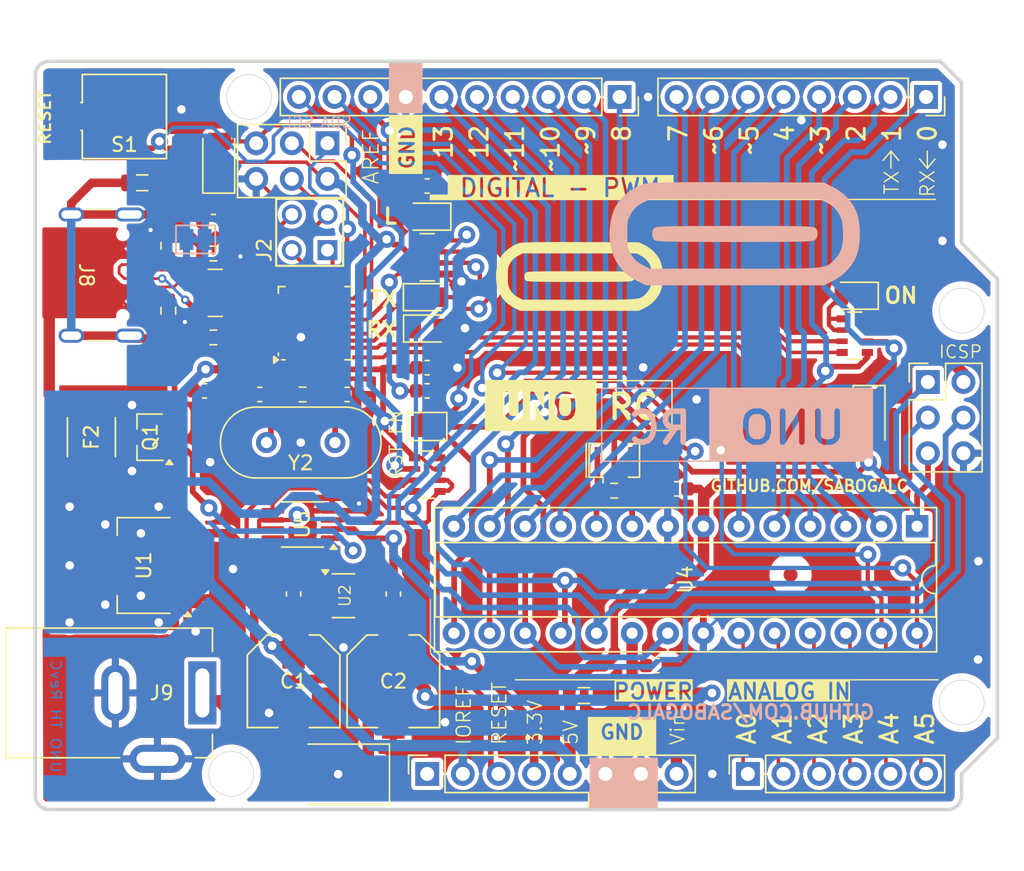
<source format=kicad_pcb>
(kicad_pcb (version 20240108) (generator "pcbnew") (generator_version "8.0")
  (title_block (title "Arduino Uno (Type-C)") (date "2024-04-27") (rev "1") (company "Carlos Sabogal"))
  (layers (0 "F.Cu" signal) (31 "B.Cu" signal) (34 "B.Paste" user) (35 "F.Paste" user) (36 "B.SilkS" user "B.Silkscreen") (37 "F.SilkS" user "F.Silkscreen") (38 "B.Mask" user) (39 "F.Mask" user) (44 "Edge.Cuts" user))
  (net 0 "")
  (net 1 "TXLED")
  (net 2 "Net-(D5-A)")
  (net 3 "RXLED")
  (net 4 "Net-(D6-A)")
  (net 5 "PB6")
  (net 6 "PB4")
  (net 7 "PB7")
  (net 8 "PB5")
  (net 10 "VCC")
  (net 11 "GND")
  (net 12 "+5V")
  (net 14 "+3.3V")
  (net 15 "Net-(D1-A)")
  (net 16 "Net-(D4-A)")
  (net 17 "Net-(D7-A)")
  (net 22 "Net-(U3-UCAP)")
  (net 24 "D-")
  (net 26 "D+")
  (net 27 "RD+")
  (net 28 "RD-")
  (net 32 "USBVCC")
  (net 33 "GATE_CMD")
  (net 34 "CMP")
  (net 36 "Net-(RN2A-R1.2)")
  (net 37 "SCK")
  (net 38 "XUSB")
  (net 41 "USHIELD")
  (net 42 "Net-(U3-XTAL1)")
  (net 43 "Net-(U3-PC0)")
  (net 44 "RESET2")
  (net 45 "MOSI2")
  (net 46 "SCK2")
  (net 47 "MISO2")
  (net 48 "CC2")
  (net 49 "CC1")
  (net 50 "AREF")
  (net 51 "MOSI")
  (net 56 "MISO")
  (net 57 "SS")
  (net 58 "IO9")
  (net 59 "IO8")
  (net 60 "AVCC")
  (net 61 "AD5{slash}SCL")
  (net 62 "AD4{slash}SDA")
  (net 63 "IO6")
  (net 64 "IO3")
  (net 65 "IO1")
  (net 66 "IO5")
  (net 67 "IO0")
  (net 68 "IO4")
  (net 69 "IO2")
  (net 70 "IO7")
  (net 71 "DTR")
  (net 72 "RESET")
  (net 73 "Net-(U4-PB6)")
  (net 74 "Net-(U4-PB7)")
  (net 75 "M8TXD")
  (net 76 "M8RXD")
  (net 77 "AD1")
  (net 78 "AD3")
  (net 79 "AD2")
  (net 80 "AD0")
  (footprint "Crystal:Crystal_HC49-4H_Vertical" (layer "F.Cu") (at 135.5741 105.5116 180)
    (property "Reference" "Y2")
    (property "Value" "LFXTAL003240BULK")
  )
  (footprint "Package_DFN_QFN:VQFN-32-1EP_5x5mm_P0.5mm_EP3.1x3.1mm" (layer "F.Cu") (at 134.1501 97.0026 90)
    (property "Reference" "U3" (hide yes))
    (property "Value" "ATMEGA16U2-MU")
  )
  (footprint "Crystal:Resonator_SMD_Murata_CSTxExxV-3Pin_3.0x1.1mm" (layer "F.Cu") (at 155.4861 106.7816)
    (property "Reference" "Y1" (hide yes))
    (property "Value" "CSTNE16M0V530000R0")
  )
  (footprint "Capacitor_SMD:C_0603_1608Metric" (layer "F.Cu") (at 142.1511 100.1776)
    (property "Reference" "C9" (hide yes))
    (property "Value" "100n")
  )
  (footprint "Connector_PinSocket_2.54mm:PinSocket_1x10_P2.54mm_Vertical" (layer "F.Cu") (at 155.8671 80.8736 -90)
    (property "Reference" "J4" (hide yes))
    (property "Value" "PPTC101LFBN-RC")
  )
  (footprint "Arduino UNO:CAP_EEHZA1E470P" (layer "F.Cu") (at 132.6261 122.5296 -90)
    (property "Reference" "C1")
    (property "Value" "47u")
  )
  (footprint "Diode_SMD:D_1206_3216Metric" (layer "F.Cu") (at 173.6471 103.7336 -90)
    (property "Reference" "D2" (hide yes))
    (property "Value" "CD1206-S01575")
  )
  (footprint "Capacitor_SMD:C_0603_1608Metric" (layer "F.Cu") (at 130.2131 102.0826 180)
    (property "Reference" "C11" (hide yes))
    (property "Value" "22p")
  )
  (footprint "Capacitor_SMD:C_0603_1608Metric" (layer "F.Cu") (at 132.6261 116.3066 -90)
    (property "Reference" "C3" (hide yes))
    (property "Value" "100n")
  )
  (footprint "Inductor_SMD:L_0805_2012Metric" (layer "F.Cu") (at 121.8311 86.995)
    (property "Reference" "FB1" (hide yes))
    (property "Value" "1kΩ@100MHz")
  )
  (footprint "Capacitor_SMD:C_0603_1608Metric" (layer "F.Cu") (at 126.2761 101.8286)
    (property "Reference" "C4" (hide yes))
    (property "Value" "100n")
  )
  (footprint "Package_DIP:DIP-28_W7.62mm_Socket" (layer "F.Cu") (at 177.0761 111.4806 -90)
    (property "Reference" "U4")
    (property "Value" "ATMEGA328P-PU")
  )
  (footprint "LED_SMD:LED_0805_2012Metric" (layer "F.Cu") (at 142.1511 89.408 180)
    (property "Reference" "D4" (hide yes))
    (property "Value" "YELLOW")
  )
  (footprint "Capacitor_SMD:C_0603_1608Metric" (layer "F.Cu") (at 142.1511 87.2236)
    (property "Reference" "C6" (hide yes))
    (property "Value" "100n")
  )
  (footprint "Capacitor_SMD:C_0603_1608Metric" (layer "F.Cu") (at 158.5341 121.412)
    (property "Reference" "C12" (hide yes))
    (property "Value" "100n")
  )
  (footprint "Capacitor_SMD:C_0603_1608Metric" (layer "F.Cu") (at 142.1511 101.8286)
    (property "Reference" "C7" (hide yes))
    (property "Value" "100n")
  )
  (footprint "Connector_USB:USB_C_Receptacle_GCT_USB4105-xx-A_16P_TopMnt_Horizontal" (layer "F.Cu") (at 117.85 93.5736 -90)
    (property "Reference" "J8")
    (property "Value" "USB_C_Receptacle_USB2.0_16P")
  )
  (footprint "Package_TO_SOT_SMD:SOT-23-5" (layer "F.Cu") (at 136.1821 116.4336)
    (property "Reference" "U2")
    (property "Value" "LP2985-3.3")
  )
  (footprint "Diode_SMD:D_SMB" (layer "F.Cu") (at 135.8011 129.159 180)
    (property "Reference" "D1" (hide yes))
    (property "Value" "CGRB307-G")
  )
  (footprint "Capacitor_SMD:C_0603_1608Metric" (layer "F.Cu") (at 126.9111 89.7636)
    (property "Reference" "C10" (hide yes))
    (property "Value" "1u")
  )
  (footprint "Arduino UNO:SW_TS06-667-30-BK-100-G-SMT-TR" (layer "F.Cu") (at 120.5611 82.2706)
    (property "Reference" "S1")
    (property "Value" "TS06-667-30-BK-100-G-SMT-TR")
  )
  (footprint "Capacitor_SMD:C_0603_1608Metric" (layer "F.Cu") (at 136.4361 102.0826)
    (property "Reference" "C13" (hide yes))
    (property "Value" "22p")
  )
  (footprint "Connector_PinSocket_2.54mm:PinSocket_1x06_P2.54mm_Vertical" (layer "F.Cu") (at 165.011 129.1336 90)
    (property "Reference" "J6" (hide yes))
    (property "Value" "PPTC061LFBN-RC")
  )
  (footprint "Package_SO:MSOP-8_3x3mm_P0.65mm" (layer "F.Cu") (at 133.2611 111.3536 180)
    (property "Reference" "U5")
    (property "Value" "LMV358IDGKR")
  )
  (footprint "Jumper:SolderJumper-2_P1.3mm_Open_Pad1.0x1.5mm" (layer "F.Cu") (at 142.1511 104.3686)
    (property "Reference" "JP1" (hide yes))
    (property "Value" "SolderJumper_2_Open")
  )
  (footprint "Fiducial:Fiducial_1mm_Mask3mm" (layer "F.Cu") (at 120.5611 81.7626)
    (property "Reference" "FID1" (hide yes))
    (property "Value" "Fiducial")
  )
  (footprint "Connector_PinSocket_2.54mm:PinSocket_1x08_P2.54mm_Vertical" (layer "F.Cu") (at 142.1511 129.1336 90)
    (property "Reference" "J7" (hide yes))
    (property "Value" "PPTC081LFBN-RC")
  )
  (footprint "Package_TO_SOT_SMD:SOT-223-3_TabPin2" (layer "F.Cu") (at 121.9581 114.2746 180)
    (property "Reference" "U1")
    (property "Value" "NCP1117-5.0_SOT223")
  )
  (footprint "Resistor_SMD:R_0603_1608Metric" (layer "F.Cu") (at 126.9111 92.0336 180)
    (property "Reference" "Z1" (hide yes))
    (property "Value" "5pF@1MHz")
  )
  (footprint "Resistor_SMD:R_0603_1608Metric" (layer "F.Cu") (at 123.698 91.4908 90)
    (property "Reference" "R3" (hide yes))
    (property "Value" "5k1")
  )
  (footprint "Arduino UNO:CONN_M20-9980245_HRW" (layer "F.Cu") (at 135.039 91.796 90)
    (property "Reference" "J2")
    (property "Value" "M20-9980245")
  )
  (footprint "Resistor_SMD:R_Array_Convex_4x0603" (layer "F.Cu") (at 142.1511 92.3036)
    (property "Reference" "RN2" (hide yes))
    (property "Value" "1k")
  )
  (footprint "Resistor_SMD:R_0603_1608Metric" (layer "F.Cu") (at 123.698 96.1136 -90)
    (property "Reference" "R4" (hide yes))
    (property "Value" "5k1")
  )
  (footprint "Resistor_SMD:R_0603_1608Metric" (layer "F.Cu") (at 155.4861 108.9406)
    (property "Reference" "R2" (hide yes))
    (property "Value" "1M")
  )
  (footprint "Fiducial:Fiducial_1mm_Mask3mm" (layer "F.Cu") (at 117.9411 128.2636)
    (property "Reference" "FID3" (hide yes))
    (property "Value" "Fiducial")
  )
  (footprint "Connector_BarrelJack:BarrelJack_Kycon_KLDX-0202-xC_Horizontal" (layer "F.Cu") (at 126.12 123.36)
    (property "Reference" "J9")
    (property "Value" "PJ-102AH")
  )
  (footprint "LED_SMD:LED_0805_2012Metric" (layer "F.Cu") (at 142.1384 95.1484)
    (property "Reference" "D5" (hide yes))
    (property "Value" "YELLOW")
  )
  (footprint "Resistor_SMD:R_Array_Convex_4x0603" (layer "F.Cu") (at 142.1511 107.7976 180)
    (property "Reference" "RN1" (hide yes))
    (property "Value" "10k")
  )
  (footprint "Resistor_SMD:R_Array_Convex_4x0603" (layer "F.Cu") (at 127.0381 94.8436 180)
    (property "Reference" "RN3" (hide yes))
    (property "Value" "22R")
  )
  (footprint "Inductor_SMD:L_0805_2012Metric" (layer "F.Cu") (at 153.3271 123.5456)
    (property "Reference" "FB2" (hide yes))
    (property "Value" "10uH")
  )
  (footprint "Resistor_SMD:R_Array_Convex_4x0603" (layer "F.Cu") (at 172.6311 97.8916 180)
    (property "Reference" "RN4" (hide yes))
    (property "Value" "1k")
  )
  (footprint "Fuse:Fuse_1812_4532Metric_Pad1.30x3.40mm_HandSolder" (layer "F.Cu") (at 118.2116 105.1306 -90)
    (property "Reference" "F2")
    (property "Value" "MF-MSMF050-2")
  )
  (footprint "Connector_PinSocket_2.54mm:PinSocket_1x08_P2.54mm_Vertical" (layer "F.Cu") (at 177.7111 80.8736 -90)
    (property "Reference" "J5" (hide yes))
    (property "Value" "PPTC081LFBN-RC")
  )
  (footprint "Capacitor_SMD:C_0603_1608Metric" (layer "F.Cu") (at 139.7381 116.3066 90)
    (property "Reference" "C5" (hide yes))
    (property "Value" "1u")
  )
  (footprint "Fiducial:Fiducial_1mm_Mask3mm" (layer "F.Cu") (at 168.0511 114.9326)
    (property "Reference" "FID2" (hide yes))
    (property "Value" "Fiducial")
  )
  (footprint "Resistor_SMD:R_0603_1608Metric" (layer "F.Cu") (at 126.9111 98.0186 180)
    (property "Reference" "Z2" (hide yes))
    (property "Value" "5pF@1MHz")
  )
  (footprint "Resistor_SMD:R_0603_1608Metric" (layer "F.Cu") (at 133.2611 102.0826 180)
    (property "Reference" "R1" (hide yes))
    (property "Value" "1M")
  )
  (footprint "Diode_SMD:D_1206_3216Metric" (layer "F.Cu") (at 127.2921 85.4456 90)
    (property "Reference" "D3" (hide yes))
    (property "Value" "CD1206-S01575")
  )
  (footprint "Arduino UNO:CAP_EEHZA1E470P" (layer "F.Cu") (at 139.7381 122.5296 -90)
    (property "Reference" "C2")
    (property "Value" "47u")
  )
  (footprint "LED_SMD:LED_0805_2012Metric" (layer "F.Cu") (at 172.6184 95.0468 180)
    (property "Reference" "D7" (hide yes))
    (property "Value" "GREEN")
  )
  (footprint "Connector_PinHeader_2.54mm:PinHeader_2x03_P2.54mm_Vertical" (layer "F.Cu") (at 135.0391 84.1756 -90)
    (property "Reference" "J1" (hide yes))
    (property "Value" "M20-9980345")
  )
  (footprint "Capacitor_SMD:C_0603_1608Metric" (layer "F.Cu") (at 159.9311 108.8136)
    (property "Reference" "C8" (hide yes))
    (property "Value" "100n")
  )
  (footprint "Package_TO_SOT_SMD:SC-59" (layer "F.Cu") (at 122.4104 105.1306 180)
    (property "Reference" "Q1")
    (property "Value" "FDN340P")
  )
  (footprint "Connector_PinHeader_2.54mm:PinHeader_2x03_P2.54mm_Vertical" (layer "F.Cu") (at 177.8381 101.1936)
    (property "Reference" "J3" (hide yes))
    (property "Value" "M20-9980345")
  )
  (footprint "LED_SMD:LED_0805_2012Metric" (layer "F.Cu") (at 142.1511 97.3836)
    (property "Reference" "D6" (hide yes))
    (property "Value" "YELLOW")
  )
  (footprint "Jumper:SolderJumper-2_P1.3mm_Open_Pad1.0x1.5mm" (layer "B.Cu") (at 125.6411 91.0336 180)
    (property "Reference" "JP2" (hide yes))
    (property "Value" "SolderJumper_2_Open")
  )
  (gr_rect (start 171.7548 101.644) (end 173.8884 106.8392) (stroke (width 0.1)) (fill solid) (layer "B.SilkS"))
  (gr_rect (start 153.7716 128.022346) (end 158.5468 131.522346) (stroke (width 0.1)) (fill solid) (layer "B.SilkS"))
  (gr_rect (start 154.59 101.644) (end 162.3136 106.8392) (stroke (width 0.1)) (fill none) (layer "B.SilkS"))
  (gr_rect (start 162.3136 101.644) (end 164.5412 106.8392) (stroke (width 0.1)) (fill solid) (layer "B.SilkS"))
  (gr_poly (pts (xy 165.753256 90.069479) (xy 167.061753 90.07346) (xy 167.594669 90.076887) (xy 168.054139 90.081459) (xy 168.445743 90.087315) (xy 168.775062 90.094593) (xy 169.047678 90.103434) (xy 169.269172 90.113978) (xy 169.445124 90.126363) (xy 169.581116 90.14073) (xy 169.635871 90.148699) (xy 169.682729 90.157217) (xy 169.722387 90.166299) (xy 169.755543 90.175964) (xy 169.782895 90.18623) (xy 169.80514 90.197112) (xy 169.822976 90.208629) (xy 169.837101 90.220799) (xy 169.85524 90.239288) (xy 169.872155 90.258985) (xy 169.887848 90.279816) (xy 169.902325 90.301706) (xy 169.915587 90.324579) (xy 169.927639 90.348361) (xy 169.938485 90.372976) (xy 169.948126 90.398351) (xy 169.956568 90.424409) (xy 169.963814 90.451076) (xy 169.974729 90.505935) (xy 169.980901 90.562329) (xy 169.982357 90.619658) (xy 169.979124 90.677322) (xy 169.971232 90.734721) (xy 169.958707 90.791255) (xy 169.941578 90.846324) (xy 169.931295 90.873121) (xy 169.919872 90.899327) (xy 169.907312 90.924867) (xy 169.893618 90.949666) (xy 169.878794 90.973649) (xy 169.862843 90.99674) (xy 169.845769 91.018865) (xy 169.827575 91.039949) (xy 169.756956 91.093806) (xy 169.614453 91.13505) (xy 169.343363 91.165356) (xy 168.886981 91.186396) (xy 167.191531 91.20738) (xy 164.074475 91.211399) (xy 162.408363 91.21032) (xy 161.102229 91.206339) (xy 160.570236 91.202911) (xy 160.111536 91.198339) (xy 159.720562 91.192484) (xy 159.391747 91.185205) (xy 159.119525 91.176364) (xy 158.898327 91.16582) (xy 158.722586 91.153435) (xy 158.586736 91.139068) (xy 158.532031 91.131099) (xy 158.48521 91.122581) (xy 158.445578 91.113499) (xy 158.41244 91.103834) (xy 158.385099 91.093569) (xy 158.362859 91.082686) (xy 158.345025 91.071169) (xy 158.330901 91.058999) (xy 158.3136 91.040375) (xy 158.297415 91.020286) (xy 158.282346 90.998829) (xy 158.268393 90.976102) (xy 158.255557 90.952204) (xy 158.243836 90.927231) (xy 158.233232 90.901281) (xy 158.223745 90.874453) (xy 158.208118 90.818549) (xy 158.196956 90.760301) (xy 158.190258 90.700491) (xy 158.188026 90.639899) (xy 158.190258 90.579307) (xy 158.196956 90.519497) (xy 158.208118 90.461249) (xy 158.223745 90.405346) (xy 158.233232 90.378517) (xy 158.243836 90.352568) (xy 158.255557 90.327595) (xy 158.268393 90.303696) (xy 158.282346 90.28097) (xy 158.297415 90.259513) (xy 158.3136 90.239423) (xy 158.330901 90.220799) (xy 158.412459 90.175964) (xy 158.586885 90.14073) (xy 158.898829 90.113978) (xy 159.392938 90.094593) (xy 161.106247 90.07346) (xy 164.084 90.0684)) (stroke (width -0.000001)) (fill solid) (layer "B.SilkS"))
  (gr_poly (pts (xy 164.2745 86.953725) (xy 170.418125 86.972774) (xy 171.056299 87.2871) (xy 171.199346 87.361839) (xy 171.338961 87.442997) (xy 171.474837 87.530294) (xy 171.606666 87.623451) (xy 171.734142 87.722189) (xy 171.856958 87.826229) (xy 171.974807 87.935292) (xy 172.087381 88.049099) (xy 172.194375 88.167371) (xy 172.29548 88.289829) (xy 172.390391 88.416193) (xy 172.4788 88.546185) (xy 172.560399 88.679526) (xy 172.634883 88.815936) (xy 172.701944 88.955137) (xy 172.761276 89.096849) (xy 172.816528 89.25164) (xy 172.864413 89.421666) (xy 172.904932 89.604753) (xy 172.938083 89.798723) (xy 172.963867 90.001399) (xy 172.982285 90.210604) (xy 172.993335 90.424163) (xy 172.997019 90.639899) (xy 172.993335 90.855635) (xy 172.982285 91.069194) (xy 172.963867 91.2784) (xy 172.938083 91.481076) (xy 172.904932 91.675045) (xy 172.864413 91.858132) (xy 172.816528 92.028159) (xy 172.761276 92.182949) (xy 172.701944 92.324661) (xy 172.634883 92.463862) (xy 172.560399 92.600272) (xy 172.4788 92.733613) (xy 172.390391 92.863605) (xy 172.29548 92.989969) (xy 172.194375 93.112427) (xy 172.087381 93.230699) (xy 171.974807 93.344506) (xy 171.856958 93.453569) (xy 171.734142 93.557609) (xy 171.606666 93.656347) (xy 171.474837 93.749504) (xy 171.338961 93.836801) (xy 171.199346 93.917959) (xy 171.056299 93.992698) (xy 170.418125 94.307024) (xy 157.749876 94.307024) (xy 157.111701 93.992698) (xy 156.899528 93.880208) (xy 156.698852 93.757141) (xy 156.509784 93.623637) (xy 156.332437 93.479837) (xy 156.166921 93.325879) (xy 156.013349 93.161903) (xy 155.871832 92.988049) (xy 155.742482 92.804455) (xy 155.62541 92.611262) (xy 155.520728 92.40861) (xy 155.428548 92.196636) (xy 155.348981 91.975483) (xy 155.282138 91.745287) (xy 155.228132 91.50619) (xy 155.187074 91.258331) (xy 155.159076 91.001849) (xy 155.149223 90.862134) (xy 155.144547 90.71861) (xy 155.144718 90.639899) (xy 156.416376 90.639899) (xy 156.417715 90.961572) (xy 156.419892 91.095836) (xy 156.42352 91.214822) (xy 156.428933 91.320357) (xy 156.436468 91.41427) (xy 156.446458 91.498389) (xy 156.459238 91.57454) (xy 156.46678 91.610199) (xy 156.475144 91.644552) (xy 156.484374 91.677827) (xy 156.494511 91.710253) (xy 156.505596 91.742057) (xy 156.517672 91.77347) (xy 156.544963 91.836031) (xy 156.57672 91.899764) (xy 156.613275 91.966497) (xy 156.654966 92.038058) (xy 156.702126 92.116274) (xy 156.741563 92.178926) (xy 156.781433 92.238425) (xy 156.821944 92.294966) (xy 156.863307 92.348744) (xy 156.90573 92.399954) (xy 156.949422 92.448793) (xy 156.994594 92.495456) (xy 157.041454 92.540136) (xy 157.090211 92.583031) (xy 157.141076 92.624336) (xy 157.194256 92.664245) (xy 157.249962 92.702954) (xy 157.308403 92.740659) (xy 157.369787 92.777555) (xy 157.434325 92.813836) (xy 157.502226 92.849699) (xy 158.007051 93.116399) (xy 164.074475 93.116399) (xy 166.292181 93.115878) (xy 167.182571 93.113636) (xy 167.942964 93.10866) (xy 168.278079 93.104815) (xy 168.585095 93.099888) (xy 168.865479 93.093748) (xy 169.120697 93.086261) (xy 169.352217 93.077296) (xy 169.561505 93.066718) (xy 169.750028 93.054397) (xy 169.919253 93.040199) (xy 170.070646 93.023992) (xy 170.205675 93.005643) (xy 170.325806 92.98502) (xy 170.432505 92.96199) (xy 170.52724 92.93642) (xy 170.57058 92.922642) (xy 170.611478 92.908179) (xy 170.650118 92.893015) (xy 170.686685 92.877133) (xy 170.72136 92.860517) (xy 170.754327 92.84315) (xy 170.815873 92.806098) (xy 170.872787 92.765844) (xy 170.926538 92.722254) (xy 170.978593 92.675198) (xy 171.030416 92.624542) (xy 171.083477 92.570153) (xy 171.199174 92.449649) (xy 171.284709 92.356766) (xy 171.362848 92.263353) (xy 171.433788 92.168657) (xy 171.497724 92.071923) (xy 171.554851 91.972399) (xy 171.605364 91.869331) (xy 171.649459 91.761965) (xy 171.687331 91.649549) (xy 171.719176 91.531328) (xy 171.745188 91.40655) (xy 171.765564 91.27446) (xy 171.780498 91.134306) (xy 171.790185 90.985333) (xy 171.794822 90.82679) (xy 171.794604 90.657921) (xy 171.789725 90.477974) (xy 171.775028 90.221859) (xy 171.766912 90.111529) (xy 171.757876 90.011398) (xy 171.747611 89.920252) (xy 171.735812 89.836878) (xy 171.722171 89.760062) (xy 171.706381 89.68859) (xy 171.688136 89.621247) (xy 171.667128 89.556821) (xy 171.64305 89.494097) (xy 171.615596 89.431861) (xy 171.584458 89.3689) (xy 171.54933 89.303999) (xy 171.509904 89.235945) (xy 171.465874 89.163524) (xy 171.426437 89.100872) (xy 171.386568 89.041374) (xy 171.346057 88.984833) (xy 171.304694 88.931055) (xy 171.262271 88.879844) (xy 171.218578 88.831005) (xy 171.173407 88.784343) (xy 171.126547 88.739662) (xy 171.07779 88.696767) (xy 171.026925 88.655462) (xy 170.973745 88.615553) (xy 170.918039 88.576844) (xy 170.859598 88.539139) (xy 170.798214 88.502244) (xy 170.733676 88.465962) (xy 170.665775 88.430099) (xy 170.16095 88.163399) (xy 158.007051 88.163399) (xy 157.502226 88.430099) (xy 157.434325 88.465962) (xy 157.369787 88.502244) (xy 157.308403 88.539139) (xy 157.249962 88.576844) (xy 157.194256 88.615553) (xy 157.141076 88.655462) (xy 157.090211 88.696767) (xy 157.041454 88.739662) (xy 156.994594 88.784343) (xy 156.949422 88.831005) (xy 156.90573 88.879844) (xy 156.863307 88.931055) (xy 156.821944 88.984833) (xy 156.781433 89.041374) (xy 156.741563 89.100872) (xy 156.702126 89.163524) (xy 156.613275 89.313301) (xy 156.57672 89.380034) (xy 156.544963 89.443768) (xy 156.517672 89.506329) (xy 156.494511 89.569546) (xy 156.475144 89.635247) (xy 156.459238 89.705259) (xy 156.446458 89.78141) (xy 156.436468 89.865528) (xy 156.428933 89.959441) (xy 156.42352 90.064976) (xy 156.417715 90.318226) (xy 156.416376 90.639899) (xy 155.144718 90.639899) (xy 155.144865 90.572156) (xy 155.149997 90.423651) (xy 155.159762 90.273974) (xy 155.173977 90.124005) (xy 155.192462 89.974621) (xy 155.215035 89.826702) (xy 155.241515 89.681127) (xy 155.27172 89.538775) (xy 155.305469 89.400526) (xy 155.342581 89.267257) (xy 155.382874 89.139849) (xy 155.426167 89.019179) (xy 155.472278 88.906128) (xy 155.521026 88.801574) (xy 155.604644 88.65119) (xy 155.697945 88.503974) (xy 155.800344 88.360413) (xy 155.911253 88.220996) (xy 156.030088 88.086211) (xy 156.156262 87.956547) (xy 156.289188 87.832491) (xy 156.428282 87.714533) (xy 156.572957 87.603161) (xy 156.722627 87.498863) (xy 156.876706 87.402127) (xy 157.034608 87.313442) (xy 157.195747 87.233296) (xy 157.359537 87.162177) (xy 157.525392 87.100574) (xy 157.692726 87.048975) (xy 157.879821 87.019488) (xy 158.205439 86.995247) (xy 159.35841 86.962058) (xy 161.323983 86.948515)) (stroke (width -0.000001)) (fill solid) (layer "B.SilkS"))
  (gr_rect (start 164.5412 101.644) (end 171.7548 102.9208) (stroke (width 0.1)) (fill solid) (layer "B.SilkS"))
  (gr_rect (start 139.4714 78.486) (end 141.7714 81.986) (stroke (width 0.1)) (fill solid) (layer "B.SilkS"))
  (gr_rect (start 164.5412 105.8672) (end 171.7548 106.8392) (stroke (width 0.1)) (fill solid) (layer "B.SilkS"))
  (gr_line (start 175.2092 84.7344) (end 174.653189 85.397028) (stroke (width 0.1)) (layer "F.SilkS"))
  (gr_rect (start 153.6486 130.521656) (end 158.4238 131.521656) (stroke (width 0.1)) (fill solid) (layer "F.SilkS"))
  (gr_rect (start 139.4714 78.486) (end 141.7714 79.486) (stroke (width 0.1)) (fill solid) (layer "F.SilkS"))
  (gr_poly (pts (xy 154.123517 93.297645) (xy 154.995848 93.300299) (xy 155.351126 93.302584) (xy 155.657439 93.305632) (xy 155.918508 93.309536) (xy 156.138054 93.314388) (xy 156.319798 93.320282) (xy 156.467461 93.327311) (xy 156.584762 93.335568) (xy 156.675423 93.345146) (xy 156.711927 93.350459) (xy 156.743165 93.356137) (xy 156.769604 93.362192) (xy 156.791708 93.368636) (xy 156.809943 93.375479) (xy 156.824773 93.382734) (xy 156.836664 93.390412) (xy 156.84608 93.398525) (xy 156.858173 93.410851) (xy 156.869449 93.423983) (xy 156.879912 93.43787) (xy 156.889562 93.452463) (xy 156.898404 93.467712) (xy 156.906439 93.483567) (xy 156.913669 93.499977) (xy 156.920097 93.516893) (xy 156.925725 93.534265) (xy 156.930555 93.552043) (xy 156.937832 93.588616) (xy 156.941947 93.626212) (xy 156.942917 93.664432) (xy 156.940762 93.702874) (xy 156.935501 93.74114) (xy 156.927151 93.778829) (xy 156.915731 93.815542) (xy 156.908876 93.833407) (xy 156.901261 93.850878) (xy 156.892887 93.867904) (xy 156.883758 93.884437) (xy 156.873875 93.900425) (xy 156.863241 93.915819) (xy 156.851858 93.93057) (xy 156.839729 93.944625) (xy 156.79265 93.98053) (xy 156.697648 94.008026) (xy 156.516921 94.02823) (xy 156.212667 94.042257) (xy 155.082367 94.056246) (xy 153.004329 94.058925) (xy 151.893588 94.058206) (xy 151.022832 94.055552) (xy 150.66817 94.053267) (xy 150.36237 94.050219) (xy 150.101721 94.046315) (xy 149.882511 94.041463) (xy 149.701029 94.035568) (xy 149.553564 94.028539) (xy 149.436403 94.020283) (xy 149.345837 94.010705) (xy 149.309366 94.005392) (xy 149.278153 93.999713) (xy 149.251732 93.993658) (xy 149.229639 93.987215) (xy 149.211412 93.980372) (xy 149.196586 93.973117) (xy 149.184696 93.965439) (xy 149.17528 93.957326) (xy 149.163746 93.944909) (xy 149.152956 93.931516) (xy 149.14291 93.917212) (xy 149.133608 93.902061) (xy 149.12505 93.886128) (xy 149.117237 93.86948) (xy 149.110168 93.85218) (xy 149.103842 93.834294) (xy 149.093424 93.797025) (xy 149.085983 93.758194) (xy 149.081518 93.71832) (xy 149.08003 93.677925) (xy 149.081518 93.637531) (xy 149.085983 93.597657) (xy 149.093424 93.558826) (xy 149.103842 93.521557) (xy 149.110168 93.503671) (xy 149.117237 93.486371) (xy 149.12505 93.469722) (xy 149.133608 93.45379) (xy 149.14291 93.438639) (xy 149.152956 93.424335) (xy 149.163746 93.410942) (xy 149.17528 93.398525) (xy 149.229652 93.368636) (xy 149.345936 93.345146) (xy 149.553899 93.327311) (xy 149.883305 93.314388) (xy 151.025511 93.300299) (xy 153.010679 93.296926)) (stroke (width -0.000001)) (fill solid) (layer "F.SilkS"))
  (gr_poly (pts (xy 153.137679 91.220476) (xy 157.233429 91.233176) (xy 157.658879 91.442726) (xy 157.754244 91.492552) (xy 157.84732 91.546657) (xy 157.937904 91.604855) (xy 158.02579 91.66696) (xy 158.110774 91.732786) (xy 158.192651 91.802146) (xy 158.271217 91.874854) (xy 158.346267 91.950726) (xy 158.417596 92.029573) (xy 158.485 92.111212) (xy 158.548273 92.195455) (xy 158.607212 92.282116) (xy 158.661612 92.37101) (xy 158.711268 92.46195) (xy 158.755976 92.554751) (xy 158.79553 92.649225) (xy 158.832365 92.752419) (xy 158.864288 92.86577) (xy 158.8913 92.987828) (xy 158.913401 93.117141) (xy 158.930591 93.252258) (xy 158.942869 93.391729) (xy 158.950236 93.534102) (xy 158.952692 93.677925) (xy 158.950236 93.821749) (xy 158.942869 93.964122) (xy 158.930591 94.103593) (xy 158.913401 94.23871) (xy 158.8913 94.368023) (xy 158.864288 94.490081) (xy 158.832365 94.603432) (xy 158.79553 94.706625) (xy 158.755976 94.8011) (xy 158.711268 94.893901) (xy 158.661612 94.984841) (xy 158.607212 95.073735) (xy 158.548273 95.160396) (xy 158.485 95.244639) (xy 158.417596 95.326277) (xy 158.346267 95.405125) (xy 158.271217 95.480996) (xy 158.192651 95.553705) (xy 158.110774 95.623065) (xy 158.02579 95.688891) (xy 157.937904 95.750995) (xy 157.84732 95.809193) (xy 157.754244 95.863298) (xy 157.658879 95.913125) (xy 157.233429 96.122675) (xy 148.78793 96.122675) (xy 148.36248 95.913125) (xy 148.221031 95.838131) (xy 148.087247 95.756086) (xy 147.961202 95.667084) (xy 147.842971 95.571217) (xy 147.732627 95.468579) (xy 147.630246 95.359261) (xy 147.535901 95.243358) (xy 147.449667 95.120963) (xy 147.371619 94.992168) (xy 147.301832 94.857066) (xy 147.240378 94.71575) (xy 147.187333 94.568314) (xy 147.142771 94.414851) (xy 147.106767 94.255453) (xy 147.079395 94.090213) (xy 147.06073 93.919225) (xy 147.054161 93.826082) (xy 147.051044 93.730399) (xy 147.051158 93.677925) (xy 147.89893 93.677925) (xy 147.899823 93.892374) (xy 147.901274 93.981884) (xy 147.903692 94.061207) (xy 147.907301 94.131564) (xy 147.912324 94.194173) (xy 147.918984 94.250252) (xy 147.927505 94.301019) (xy 147.932533 94.324792) (xy 147.938109 94.347694) (xy 147.944262 94.369877) (xy 147.95102 94.391494) (xy 147.95841 94.412698) (xy 147.966461 94.433639) (xy 147.984655 94.475347) (xy 148.005826 94.517836) (xy 148.030196 94.562324) (xy 148.05799 94.610031) (xy 148.08943 94.662175) (xy 148.115721 94.703943) (xy 148.142301 94.743609) (xy 148.169309 94.781303) (xy 148.196884 94.817155) (xy 148.225166 94.851296) (xy 148.254294 94.883855) (xy 148.284409 94.914963) (xy 148.315649 94.94475) (xy 148.348154 94.973347) (xy 148.382063 95.000883) (xy 148.417517 95.027489) (xy 148.454654 95.053296) (xy 148.493614 95.078432) (xy 148.534538 95.103029) (xy 148.577563 95.127217) (xy 148.62283 95.151125) (xy 148.95938 95.328925) (xy 153.004329 95.328925) (xy 154.4828 95.328578) (xy 155.076394 95.327084) (xy 155.583322 95.323766) (xy 155.806732 95.321203) (xy 156.011409 95.317918) (xy 156.198332 95.313825) (xy 156.368477 95.308834) (xy 156.522824 95.302856) (xy 156.662349 95.295805) (xy 156.788031 95.287591) (xy 156.900848 95.278125) (xy 157.001777 95.26732) (xy 157.091796 95.255088) (xy 157.171883 95.241339) (xy 157.243016 95.225986) (xy 157.306173 95.20894) (xy 157.335066 95.199754) (xy 157.362331 95.190112) (xy 157.388092 95.180003) (xy 157.412469 95.169415) (xy 157.435586 95.158338) (xy 157.457564 95.14676) (xy 157.498594 95.122058) (xy 157.536538 95.095222) (xy 157.572372 95.066162) (xy 157.607074 95.034791) (xy 157.641624 95.001021) (xy 157.676997 94.964762) (xy 157.754129 94.884425) (xy 157.811152 94.822504) (xy 157.863245 94.760228) (xy 157.910538 94.697097) (xy 157.953162 94.632608) (xy 157.991246 94.566259) (xy 158.024922 94.497547) (xy 158.054319 94.425969) (xy 158.079567 94.351025) (xy 158.100796 94.272211) (xy 158.118138 94.189026) (xy 158.131722 94.100966) (xy 158.141678 94.00753) (xy 158.148136 93.908215) (xy 158.151228 93.802519) (xy 158.151082 93.68994) (xy 158.14783 93.569975) (xy 158.138032 93.399232) (xy 158.132621 93.325679) (xy 158.126597 93.258925) (xy 158.119753 93.198161) (xy 158.111887 93.142578) (xy 158.102793 93.091367) (xy 158.092267 93.043719) (xy 158.080103 92.998824) (xy 158.066098 92.955873) (xy 158.050046 92.914057) (xy 158.031743 92.872567) (xy 158.010985 92.830593) (xy 157.987566 92.787326) (xy 157.961282 92.741956) (xy 157.931929 92.693675) (xy 157.905638 92.651907) (xy 157.879058 92.612242) (xy 157.85205 92.574548) (xy 157.824475 92.538696) (xy 157.796193 92.504555) (xy 157.767065 92.471996) (xy 157.736951 92.440888) (xy 157.705711 92.411101) (xy 157.673206 92.382504) (xy 157.639296 92.354967) (xy 157.603843 92.328361) (xy 157.566705 92.302555) (xy 157.527745 92.277419) (xy 157.486822 92.252822) (xy 157.443797 92.228634) (xy 157.39853 92.204725) (xy 157.061979 92.026925) (xy 148.95938 92.026925) (xy 148.62283 92.204725) (xy 148.577563 92.228634) (xy 148.534538 92.252822) (xy 148.493614 92.277419) (xy 148.454654 92.302555) (xy 148.417517 92.328361) (xy 148.382063 92.354967) (xy 148.348154 92.382504) (xy 148.315649 92.411101) (xy 148.284409 92.440888) (xy 148.254294 92.471996) (xy 148.225166 92.504555) (xy 148.196884 92.538696) (xy 148.169309 92.574548) (xy 148.142301 92.612242) (xy 148.115721 92.651907) (xy 148.08943 92.693675) (xy 148.030196 92.793527) (xy 148.005826 92.838015) (xy 147.984655 92.880504) (xy 147.966461 92.922212) (xy 147.95102 92.964357) (xy 147.938109 93.008157) (xy 147.927505 93.054832) (xy 147.918984 93.105599) (xy 147.912324 93.161678) (xy 147.907301 93.224287) (xy 147.903692 93.294643) (xy 147.899823 93.463477) (xy 147.89893 93.677925) (xy 147.051158 93.677925) (xy 147.051256 93.632763) (xy 147.054678 93.53376) (xy 147.061187 93.433976) (xy 147.070664 93.333996) (xy 147.082988 93.234406) (xy 147.098036 93.135794) (xy 147.115689 93.038744) (xy 147.135826 92.943843) (xy 147.158326 92.851676) (xy 147.183067 92.762831) (xy 147.209929 92.677892) (xy 147.23879 92.597446) (xy 147.269531 92.522078) (xy 147.30203 92.452376) (xy 147.357775 92.35212) (xy 147.419976 92.253975) (xy 147.488242 92.158268) (xy 147.562182 92.065323) (xy 147.641405 91.975467) (xy 147.72552 91.889024) (xy 147.814138 91.80632) (xy 147.906867 91.727682) (xy 148.003317 91.653433) (xy 148.103097 91.583901) (xy 148.205817 91.519411) (xy 148.311085 91.460287) (xy 148.418511 91.406856) (xy 148.527704 91.359444) (xy 148.638274 91.318375) (xy 148.74983 91.283976) (xy 148.87456 91.264318) (xy 149.091638 91.248157) (xy 149.860286 91.226032) (xy 151.170668 91.217003)) (stroke (width -0.000001)) (fill solid) (layer "F.SilkS"))
  (gr_rect (start 146.304 101.6508) (end 147.505496 104.0892) (stroke (width 0.1)) (fill solid) (layer "F.SilkS"))
  (gr_line (start 175.2092 84.7344) (end 175.765211 85.397028) (stroke (width 0.1)) (layer "F.SilkS"))
  (gr_rect (start 141.3764 82.9136) (end 141.7714 86.0044) (stroke (width 0.1)) (fill solid) (layer "F.SilkS"))
  (gr_line (start 143.6624 86.487) (end 144.6784 86.487) (stroke (width 0.1)) (layer "F.SilkS"))
  (gr_line (start 177.8 85.9536) (end 177.243989 85.290972) (stroke (width 0.1)) (layer "F.SilkS"))
  (gr_rect (start 142.38 87.884) (end 144.6276 88.18) (stroke (width 0.1)) (fill solid) (layer "F.SilkS"))
  (gr_line (start 177.8 85.9536) (end 178.356011 85.290972) (stroke (width 0.1)) (layer "F.SilkS"))
  (gr_line (start 142.38 88.18) (end 178.38 88.18) (stroke (width 0.1)) (layer "F.SilkS"))
  (gr_rect (start 146.304 101.1) (end 154.167792 101.6508) (stroke (width 0.1)) (fill solid) (layer "F.SilkS"))
  (gr_rect (start 153.6486 125.1204) (end 154.502 127.757131) (stroke (width 0.1)) (fill solid) (layer "F.SilkS"))
  (gr_rect (start 152.8572 101.6508) (end 154.167792 104.0892) (stroke (width 0.1)) (fill solid) (layer "F.SilkS"))
  (gr_rect (start 146.304 104.0892) (end 154.167792 104.65) (stroke (width 0.1)) (fill solid) (layer "F.SilkS"))
  (gr_rect (start 154.167792 101.1) (end 159.6 104.65) (stroke (width 0.1)) (fill none) (layer "F.SilkS"))
  (gr_rect (start 154.502 126.796) (end 157.552 127.757131) (stroke (width 0.1)) (fill solid) (layer "F.SilkS"))
  (gr_line (start 163.569 122.428) (end 178.569 122.428) (stroke (width 0.1)) (layer "F.SilkS"))
  (gr_line (start 148.436 122.428) (end 161.036 122.428) (stroke (width 0.1)) (layer "F.SilkS"))
  (gr_rect (start 139.4714 86.0044) (end 141.7714 86.3172) (stroke (width 0.1)) (fill solid) (layer "F.SilkS"))
  (gr_line (start 175.2092 85.9536) (end 175.2092 84.7344) (stroke (width 0.1)) (layer "F.SilkS"))
  (gr_rect (start 139.4714 82.261233) (end 141.7714 82.9136) (stroke (width 0.1)) (fill solid) (layer "F.SilkS"))
  (gr_rect (start 154.502 125.1204) (end 157.552 125.4252) (stroke (width 0.1)) (fill solid) (layer "F.SilkS"))
  (gr_rect (start 157.552 125.1204) (end 158.4238 127.757131) (stroke (width 0.1)) (fill solid) (layer "F.SilkS"))
  (gr_rect (start 139.4714 82.9136) (end 139.9286 86.0044) (stroke (width 0.1)) (fill solid) (layer "F.SilkS"))
  (gr_rect (start 143.6624 86.5124) (end 144.6276 87.884) (stroke (width 0.1)) (fill solid) (layer "F.SilkS"))
  (gr_line (start 177.8 84.7344) (end 177.8 85.9536) (stroke (width 0.1)) (layer "F.SilkS"))
  (gr_line (start 180.2511 79.8576) (end 180.2511 91.2876) (stroke (width 0.254)) (layer "Edge.Cuts"))
  (gr_line (start 178.7271 78.3336) (end 180.2511 79.8576) (stroke (width 0.254)) (layer "Edge.Cuts"))
  (gr_arc (start 114.2111 79.3336) (mid 114.503993 78.626493) (end 115.2111 78.3336) (stroke (width 0.254)) (layer "Edge.Cuts"))
  (gr_circle (center 129.4511 80.8736) (end 131.0511 80.8736) (stroke (width 0.05)) (fill none) (layer "Edge.Cuts"))
  (gr_line (start 115.2111 78.3336) (end 178.7271 78.3336) (stroke (width 0.254)) (layer "Edge.Cuts"))
  (gr_line (start 182.7911 126.5936) (end 180.2511 129.1336) (stroke (width 0.254)) (layer "Edge.Cuts"))
  (gr_arc (start 115.2111 131.6736) (mid 114.503993 131.380707) (end 114.2111 130.6736) (stroke (width 0.254)) (layer "Edge.Cuts"))
  (gr_line (start 180.2511 129.1336) (end 180.2511 130.6736) (stroke (width 0.254)) (layer "Edge.Cuts"))
  (gr_circle (center 180.2511 124.0536) (end 181.8511 124.0536) (stroke (width 0.05)) (fill none) (layer "Edge.Cuts"))
  (gr_line (start 180.2511 91.2876) (end 182.7911 93.8276) (stroke (width 0.254)) (layer "Edge.Cuts"))
  (gr_line (start 179.2511 131.6736) (end 115.2111 131.6736) (stroke (width 0.254)) (layer "Edge.Cuts"))
  (gr_arc (start 180.2511 130.6736) (mid 179.958205 131.380705) (end 179.2511 131.6736) (stroke (width 0.254)) (layer "Edge.Cuts"))
  (gr_line (start 182.7911 93.8276) (end 182.7911 126.5936) (stroke (width 0.254)) (layer "Edge.Cuts"))
  (gr_circle (center 128.1811 129.1336) (end 129.7811 129.1336) (stroke (width 0.05)) (fill none) (layer "Edge.Cuts"))
  (gr_line (start 114.2111 130.6736) (end 114.2111 79.3336) (stroke (width 0.254)) (layer "Edge.Cuts"))
  (gr_circle (center 180.2511 96.1136) (end 181.8511 96.1136) (stroke (width 0.05)) (fill none) (layer "Edge.Cuts"))
  (gr_text "UNO TH RevC" (at 116.08 129.13 270) (layer "B.Cu") (effects (font (size 0.7 0.8) (thickness 0.1)) (justify left top mirror)))
  (gr_text "SCL" (at 134.16 83.16 0) (layer "B.SilkS") (effects (font (size 0.8 0.8) (thickness 0.1)) (justify left bottom mirror)))
  (gr_text "SDA" (at 136.85 83.16 0) (layer "B.SilkS") (effects (font (size 0.8 0.8) (thickness 0.1)) (justify left bottom mirror)))
  (gr_text "GITHUB.COM/SABOGALC" (at 174.1424 125.3236 0) (layer "B.SilkS") (effects (font (size 1 1) (thickness 0.2) (bold yes)) (justify left bottom mirror)))
  (gr_text "UNO" (at 172.212 105.7656 0) (layer "B.SilkS" knockout) (effects (font (size 2.2 2.4) (thickness 0.4) (bold yes)) (justify left bottom mirror)))
  (gr_text "RC" (at 161.1884 105.7656 0) (layer "B.SilkS") (effects (font (size 2.2 2.2) (thickness 0.4) (bold yes)) (justify left bottom mirror)))
  (gr_text "TX" (at 137.95 95.925 0) (layer "F.SilkS") (effects (font (size 1.1 1.1) (thickness 0.22) (bold yes)) (justify left bottom)))
  (gr_text "A1" (at 168.2 127.15 90) (layer "F.SilkS") (effects (font (size 1.25 1.25) (thickness 0.2) (bold yes)) (justify left bottom)))
  (gr_text "~11" (at 149.13 86.3 90) (layer "F.SilkS") (effects (font (size 1.25 1.25) (thickness 0.2) (bold yes)) (justify left bottom)))
  (gr_text "GND" (at 141.3 86.1314 90) (layer "F.SilkS" knockout) (effects (font (size 1 1) (thickness 0.2) (bold yes)) (justify left bottom)))
  (gr_text "4" (at 168.39 84.2 90) (layer "F.SilkS") (effects (font (size 1.25 1.25) (thickness 0.2) (bold yes)) (justify left bottom)))
  (gr_text "RC" (at 154.9 104 0) (layer "F.SilkS") (effects (font (size 1.75 1.75) (thickness 0.3)) (justify left bottom)))
  (gr_text "A5" (at 178.36 127.15 90) (layer "F.SilkS") (effects (font (size 1.25 1.25) (thickness 0.2) (bold yes)) (justify left bottom)))
  (gr_text "~3" (at 170.93 85.1 90) (layer "F.SilkS") (effects (font (size 1.25 1.25) (thickness 0.2) (bold yes)) (justify left bottom)))
  (gr_text "7" (at 160.77 84.2 90) (layer "F.SilkS") (effects (font (size 1.25 1.25) (thickness 0.2) (bold yes)) (justify left bottom)))
  (gr_text "8" (at 156.75 84.2 90) (layer "F.SilkS") (effects (font (size 1.25 1.25) (thickness 0.2) (bold yes)) (justify left bottom)))
  (gr_text "L" (at 138.925 90.025 0) (layer "F.SilkS") (effects (font (size 1.1 1.1) (thickness 0.22) (bold yes)) (justify left bottom)))
  (gr_text "RX" (at 137.675 98.125 0) (layer "F.SilkS") (effects (font (size 1.1 1.1) (thickness 0.22) (bold yes)) (justify left bottom)))
  (gr_text "~5" (at 165.85 85.1 90) (layer "F.SilkS") (effects (font (size 1.25 1.25) (thickness 0.2) (bold yes)) (justify left bottom)))
  (gr_text "~9" (at 154.21 85.1 90) (layer "F.SilkS") (effects (font (size 1.25 1.25) (thickness 0.2) (bold yes)) (justify left bottom)))
  (gr_text "2" (at 173.47 84.2 90) (layer "F.SilkS") (effects (font (size 1.25 1.25) (thickness 0.2) (bold yes)) (justify left bottom)))
  (gr_text "5V" (at 152.96 127.15 90) (layer "F.SilkS") (effects (font (size 1 1) (thickness 0.1)) (justify left bottom)))
  (gr_text "13" (at 144.05 85.4 90) (layer "F.SilkS") (effects (font (size 1.25 1.25) (thickness 0.2) (bold yes)) (justify left bottom)))
  (gr_text "ON" (at 174.625 95.675 0) (layer "F.SilkS") (effects (font (size 1.1 1.1) (thickness 0.22) (bold yes)) (justify left bottom)))
  (gr_text "AREF" (at 138.78 87.18 90) (layer "F.SilkS") (effects (font (size 1.1 1.1) (thickness 0.1)) (justify left bottom)))
  (gr_text "~10" (at 151.67 86.3 90) (layer "F.SilkS") (effects (font (size 1.25 1.25) (thickness 0.2) (bold yes)) (justify left bottom)))
  (gr_text "~6" (at 163.31 85.1 90) (layer "F.SilkS") (effects (font (size 1.25 1.25) (thickness 0.2) (bold yes)) (justify left bottom)))
  (gr_text "Vin" (at 160.58 127.15 90) (layer "F.SilkS") (effects (font (size 1 1) (thickness 0.1)) (justify left bottom)))
  (gr_text "RX" (at 178.4 88.1 90) (layer "F.SilkS") (effects (font (size 1 1) (thickness 0.1)) (justify left bottom)))
  (gr_text "ANALOG IN" (at 163.505 123.9 0) (layer "F.SilkS" knockout) (effects (font (size 1.1 1.1) (thickness 0.2) (bold yes)) (justify left bottom)))
  (gr_text "A3" (at 173.28 127.15 90) (layer "F.SilkS") (effects (font (size 1.25 1.25) (thickness 0.2) (bold yes)) (justify left bottom)))
  (gr_text "POWER" (at 155.33 123.9 0) (layer "F.SilkS" knockout) (effects (font (size 1.1 1.1) (thickness 0.2) (bold yes)) (justify left bottom)))
  (gr_text "A2" (at 170.74 127.15 90) (layer "F.SilkS") (effects (font (size 1.25 1.25) (thickness 0.2) (bold yes)) (justify left bottom)))
  (gr_text "GITHUB.COM/SABOGALC" (at 162.2552 109.0676 0) (layer "F.SilkS") (effects (font (size 0.8 0.8) (thickness 0.16) (bold yes)) (justify left bottom)))
  (gr_text "UNO" (at 147.2 104 0) (layer "F.SilkS" knockout) (effects (font (size 1.75 1.75) (thickness 0.3)) (justify left bottom)))
  (gr_text "IOREF" (at 145.34 127.15 90) (layer "F.SilkS") (effects (font (size 1 1) (thickness 0.1)) (justify left bottom)))
  (gr_text "RESET" (at 147.8788 127.15 90) (layer "F.SilkS") (effects (font (size 1 1) (thickness 0.1)) (justify left bottom)))
  (gr_text "3.3V" (at 150.42 127.15 90) (layer "F.SilkS") (effects (font (size 1 1) (thickness 0.1)) (justify left bottom)))
  (gr_text "A4" (at 175.82 127.15 90) (layer "F.SilkS") (effects (font (size 1.25 1.25) (thickness 0.2) (bold yes)) (justify left bottom)))
  (gr_text "A0" (at 165.66 127.15 90) (layer "F.SilkS") (effects (font (size 1.25 1.25) (thickness 0.2) (bold yes)) (justify left bottom)))
  (gr_text "12" (at 146.59 85.4 90) (layer "F.SilkS") (effects (font (size 1.25 1.25) (thickness 0.2) (bold yes)) (justify left bottom)))
  (gr_text "1" (at 176.01 84.2 90) (layer "F.SilkS") (effects (font (size 1.25 1.25) (thickness 0.2) (bold yes)) (justify left bottom)))
  (gr_text "TX" (at 175.85 87.9 90) (layer "F.SilkS") (effects (font (size 1 1) (thickness 0.1)) (justify left bottom)))
  (gr_text "RST EN" (at 140.462 108.1532 90) (layer "F.SilkS") (effects (font (size 0.9 0.9) (thickness 0.1)) (justify left bottom)))
  (gr_text "GND" (at 154.377 126.746 0) (layer "F.SilkS" knockout) (effects (font (size 1 1) (thickness 0.2) (bold yes)) (justify left bottom)))
  (gr_text "0" (at 178.55 84.2 90) (layer "F.SilkS") (effects (font (size 1.25 1.25) (thickness 0.2) (bold yes)) (justify left bottom)))
  (gr_text "DIGITAL - PWM~" (at 144.35 88.09 0) (layer "F.SilkS" knockout) (effects (font (size 1.25 1.25) (thickness 0.2) (bold yes)) (justify left bottom)))
  (gr_text "RESET" (at 115.3668 84.3788 90) (layer "F.SilkS") (effects (font (size 0.8 0.85) (thickness 0.16) (bold yes)) (justify left bottom)))
  (gr_text "ICSP" (at 178.56 99.57 0) (layer "F.SilkS") (effects (font (size 0.9 0.9) (thickness 0.1)) (justify left bottom)))
  (segment (start 136.5876 97.7526) (end 137.9562 97.7526) (width 0.2794) (layer "F.Cu") (net 1))
  (segment (start 137.9562 97.7526) (end 140.5604 95.1484) (width 0.2794) (layer "F.Cu") (net 1))
  (segment (start 140.5604 95.1484) (end 141.2009 95.1484) (width 0.2794) (layer "F.Cu") (net 1))
  (segment (start 145.3332 92.7036) (end 145.619 92.9894) (width 0.3048) (layer "F.Cu") (net 2))
  (segment (start 145.619 92.9894) (end 145.8984 93.2688) (width 0.3048) (layer "F.Cu") (net 2))
  (segment (start 145.8984 94.2594) (end 145.0094 95.1484) (width 0.3048) (layer "F.Cu") (net 2))
  (segment (start 143.0511 92.7036) (end 145.3332 92.7036) (width 0.3048) (layer "F.Cu") (net 2))
  (segment (start 145.0094 95.1484) (end 143.0759 95.1484) (width 0.3048) (layer "F.Cu") (net 2))
  (segment (start 145.8984 93.2688) (end 145.8984 94.2594) (width 0.3048) (layer "F.Cu") (net 2))
  (via (at 145.619 92.9894) (size 1.2192) (drill 0.6096) (layers "F.Cu" "B.Cu") (net 2))
  (segment (start 138.3738 98.2526) (end 139.2428 97.3836) (width 0.2794) (layer "F.Cu") (net 3))
  (segment (start 139.2428 97.3836) (end 141.2136 97.3836) (width 0.2794) (layer "F.Cu") (net 3))
  (segment (start 136.5876 98.2526) (end 138.3738 98.2526) (width 0.2794) (layer "F.Cu") (net 3))
  (segment (start 143.095 97.3772) (end 144.492 95.9802) (width 0.3048) (layer "F.Cu") (net 4))
  (segment (start 146.2958 91.8972) (end 143.0575 91.8972) (width 0.3048) (layer "F.Cu") (net 4))
  (segment (start 144.492 95.9802) (end 145.8322 95.9802) (width 0.3048) (layer "F.Cu") (net 4))
  (segment (start 146.899 92.5004) (end 146.2958 91.8972) (width 0.3048) (layer "F.Cu") (net 4))
  (segment (start 145.8322 95.9802) (end 146.899 94.8118) (width 0.3048) (layer "F.Cu") (net 4))
  (segment (start 146.899 94.8118) (end 146.899 92.5004) (width 0.3048) (layer "F.Cu") (net 4))
  (via (at 145.8322 95.9802) (size 1.2192) (drill 0.6096) (layers "F.Cu" "B.Cu") (net 4))
  (segment (start 134.4001 93.846095) (end 132.499 91.944995) (width 0.2794) (layer "F.Cu") (net 5))
  (segment (start 134.4001 94.5651) (end 134.4001 93.846095) (width 0.2794) (layer "F.Cu") (net 5))
  (segment (start 132.499 91.944995) (end 132.499 91.796) (width 0.2794) (layer "F.Cu") (net 5))
  (segment (start 135.4 92.157) (end 135.039 91.796) (width 0.3048) (layer "F.Cu") (net 6))
  (segment (start 135.4 94.565) (end 135.4 92.157) (width 0.2794) (layer "F.Cu") (net 6))
  (segment (start 135.4001 94.5651) (end 135.4 94.565) (width 0.2794) (layer "F.Cu") (net 6))
  (segment (start 133.9001 94.7026) (end 133.9001 94.047606) (width 0.2794) (layer "F.Cu") (net 7))
  (segment (start 131.233204 90.521796) (end 132.499 89.256) (width 0.3048) (layer "F.Cu") (net 7))
  (segment (start 133.9001 94.047606) (end 133.064767 93.212273) (width 0.2794) (layer "F.Cu") (net 7))
  (segment (start 131.995204 93.212273) (end 131.233204 92.450273) (width 0.3048) (layer "F.Cu") (net 7))
  (segment (start 131.233204 92.450273) (end 131.233204 90.521796) (width 0.3048) (layer "F.Cu") (net 7))
  (segment (start 133.064767 93.212273) (end 131.995204 93.212273) (width 0.2794) (layer "F.Cu") (net 7))
  (segment (start 134.9001 93.619532) (end 133.774686 92.494118) (width 0.2794) (layer "F.Cu") (net 8))
  (segment (start 133.774686 92.494118) (end 133.774686 90.520314) (width 0.2794) (layer "F.Cu") (net 8))
  (segment (start 133.774686 90.520314) (end 135.039 89.256) (width 0.2794) (layer "F.Cu") (net 8))
  (segment (start 135.044686 89.261686) (end 135.039 89.256) (width 0.3048) (layer "F.Cu") (net 8))
  (segment (start 134.9001 94.5651) (end 134.9001 93.619532) (width 0.2794) (layer "F.Cu") (net 8))
  (segment (start 137.9511 121.997688) (end 137.578035 122.370753) (width 0.6096) (layer "F.Cu") (net 10))
  (segment (start 139.7381 120.8405) (end 142.0114 123.1138) (width 0.8128) (layer "F.Cu") (net 10))
  (segment (start 140.377188 109.347) (end 140.726588 108.9976) (width 0.3048) (layer "F.Cu") (net 10))
  (segment (start 128.873797 112.796514) (end 129.277346 112.392965) (width 0.3048) (layer "F.Cu") (net 10))
  (segment (start 160.5534 123.3678) (end 159.9184 124.0028) (width 0.8128) (layer "F.Cu") (net 10))
  (segment (start 137.9511 121.997688) (end 137.9511 128.938818) (width 0.8128) (layer "F.Cu") (net 10))
  (segment (start 140.726588 108.9976) (end 141.2511 108.9976) (width 0.3048) (layer "F.Cu") (net 10))
  (segment (start 139.185381 109.347) (end 140.377188 109.347) (width 0.3048) (layer "F.Cu") (net 10))
  (segment (start 128.051882 111.9746) (end 125.1081 111.9746) (width 0.6096) (layer "F.Cu") (net 10))
  (segment (start 129.277346 110.487965) (end 131.563346 108.201965) (width 0.3048) (layer "F.Cu") (net 10))
  (segment (start 159.9184 129.1209) (end 159.9311 129.1336) (width 0.8128) (layer "F.Cu") (net 10))
  (segment (start 129.818035 121.227753) (end 129.818035 113.740753) (width 0.6096) (layer "F.Cu") (net 10))
  (segment (start 159.9184 124.0028) (end 159.9184 129.1209) (width 0.8128) (layer "F.Cu") (net 10))
  (segment (start 139.7381 120.0296) (end 139.7381 120.8405) (width 0.8128) (layer "F.Cu") (net 10))
  (segment (start 129.277346 112.392965) (end 129.277346 110.487965) (width 0.3048) (layer "F.Cu") (net 10))
  (segment (start 162.4584 123.3678) (end 160.5534 123.3678) (width 0.8128) (layer "F.Cu") (net 10))
  (segment (start 137.9511 121.997688) (end 139.7381 120.210688) (width 0.8128) (layer "F.Cu") (net 10))
  (segment (start 130.961035 122.370753) (end 129.818035 121.227753) (width 0.6096) (layer "F.Cu") (net 10))
  (segment (start 142.0114 123.1138) (end 142.0114 123.6218) (width 0.8128) (layer "F.Cu") (net 10))
  (segment (start 137.9511 128.938818) (end 137.987035 128.974753) (width 0.8128) (layer "F.Cu") (net 10))
  (segment (start 137.578035 122.370753) (end 130.961035 122.370753) (width 0.6096) (layer "F.Cu") (net 10))
  (segment (start 129.818035 113.740753) (end 128.051882 111.9746) (width 0.6096) (layer "F.Cu") (net 10))
  (segment (start 138.040346 108.201965) (end 139.185381 109.347) (width 0.3048) (layer "F.Cu") (net 10))
  (segment (start 139.7381 120.210688) (end 139.7381 120.0296) (width 0.8128) (layer "F.Cu") (net 10))
  (segment (start 131.563346 108.201965) (end 138.040346 108.201965) (width 0.3048) (layer "F.Cu") (net 10))
  (via (at 142.0114 123.6218) (size 1.2192) (drill 0.6096) (layers "F.Cu" "B.Cu") (net 10))
  (via (at 162.4584 123.3678) (size 1.2192) (drill 0.6096) (layers "F.Cu" "B.Cu") (net 10))
  (segment (start 161.9504 123.3678) (end 162.4584 123.3678) (width 0.8128) (layer "B.Cu") (net 10))
  (segment (start 161.4424 123.8758) (end 161.9504 123.3678) (width 0.8128) (layer "B.Cu") (net 10))
  (segment (start 142.2654 123.8758) (end 161.4424 123.8758) (width 0.8128) (layer "B.Cu") (net 10))
  (segment (start 142.0114 123.6218) (end 142.2654 123.8758) (width 0.8128) (layer "B.Cu") (net 10))
  (segment (start 143.8148 94.0308) (end 144.5895 94.0308) (width 0.2) (layer "F.Cu") (net 11))
  (segment (start 121.53 96.7736) (end 123.533 96.7736) (width 0.2) (layer "F.Cu") (net 11))
  (segment (start 133.4001 100.4817) (end 134.0104 101.092) (width 0.2794) (layer "F.Cu") (net 11))
  (segment (start 121.53 90.3736) (end 122.417792 90.3736) (width 0.2) (layer "F.Cu") (net 11))
  (segment (start 123.698 96.9386) (end 123.698 96.774) (width 0.2) (layer "F.Cu") (net 11))
  (segment (start 123.395592 90.363392) (end 123.698 90.6658) (width 0.2) (layer "F.Cu") (net 11))
  (segment (start 128.625035 91.021012) (end 129.290125 91.686102) (width 0.3048) (layer "F.Cu") (net 11))
  (segment (start 131.151622 87.908122) (end 129.9591 86.7156) (width 0.254) (layer "F.Cu") (net 11))
  (segment (start 123.3 86.995) (end 122.8936 86.995) (width 0.6096) (layer "F.Cu") (net 11))
  (segment (start 123.533 96.7736) (end 123.698 96.9386) (width 0.2) (layer "F.Cu") (net 11))
  (segment (start 140.6271 80.8736) (end 141.732 79.7687) (width 0.2) (layer "F.Cu") (net 11))
  (segment (start 126.1361 89.7636) (end 126.1361 90.310077) (width 0.4064) (layer "F.Cu") (net 11))
  (segment (start 133.4001 99.4401) (end 133.4001 100.4817) (width 0.2794) (layer "F.Cu") (net 11))
  (segment (start 141.2511 108.1976) (end 140.886798 108.1976) (width 0.2) (layer "F.Cu") (net 11))
  (segment (start 126.0686 89.7636) (end 123.3 86.995) (width 0.6096) (layer "F.Cu") (net 11))
  (segment (start 133 96.7526) (end 131.7126 96.7526) (width 0.3048) (layer "F.Cu") (net 11))
  (segment (start 135.0446 116.4336) (end 135.5344 116.4336) (width 0.2) (layer "F.Cu") (net 11))
  (segment (start 135.5344 116.4336) (end 136.144 115.824) (width 0.2) (layer "F.Cu") (net 11))
  (segment (start 126.1361 90.310077) (end 126.847035 91.021012) (width 0.4064) (layer "F.Cu") (net 11))
  (segment (start 140.432768 108.65163) (end 140.254507 108.65163) (width 0.2) (layer "F.Cu") (net 11))
  (segment (start 123.698 96.774) (end 124.46 96.012) (width 0.2) (layer "F.Cu") (net 11))
  (segment (start 133.134 96.774) (end 133.3626 97.0026) (width 0.3048) (layer "F.Cu") (net 11))
  (segment (start 129.290125 95.115102) (end 130.927623 96.7526) (width 0.2794) (layer "F.Cu") (net 11))
  (segment (start 134.0104 101.092) (end 136.2205 101.092) (width 0.2794) (layer "F.Cu") (net 11))
  (segment (start 122.428 90.363392) (end 123.395592 90.363392) (width 0.2) (layer "F.Cu") (net 11))
  (segment (start 126.847035 91.021012) (end 128.625035 91.021012) (width 0.4064) (layer "F.Cu") (net 11))
  (segment (start 142.9261 100.1776) (end 143.777203 101.028703) (width 0.2) (layer "F.Cu") (net 11))
  (segment (start 129.290125 91.686102) (end 129.290125 95.115102) (width 0.3048) (layer "F.Cu") (net 11))
  (segment (start 133.4001 98.2465) (end 133.1468 97.9932) (width 0.3048) (layer "F.Cu") (net 11))
  (segment (start 133.4001 99.4401) (end 133.4001 98.2465) (width 0.3048) (layer "F.Cu") (net 11))
  (segment (start 140.886798 108.1976) (end 140.432768 108.65163) (width 0.2) (layer "F.Cu") (net 11))
  (segment (start 126.1361 89.7636) (end 126.0686 89.7636) (width 0.6096) (layer "F.Cu") (net 11))
  (segment (start 136.2205 101.092) (end 137.2111 102.0826) (width 0.2794) (layer "F.Cu") (net 11))
  (segment (start 143.2876 93.5036) (end 143.8148 94.0308) (width 0.2) (layer "F.Cu") (net 11))
  (segment (start 122.417792 90.3736) (end 122.428 90.363392) (width 0.2) (layer "F.Cu") (net 11))
  (segment (start 143.0511 93.5036) (end 143.2876 93.5036) (width 0.2) (layer "F.Cu") (net 11))
  (segment (start 130.927623 96.7526) (end 131.7126 96.7526) (width 0.2794) (layer "F.Cu") (net 11))
  (via (at 181.4449 113.9698) (size 1.2192) (drill 0.6096) (layers "F.Cu" "B.Cu") (net 11))
  (via (at 157.5435 100.1522) (size 1.2192) (drill 0.6096) (layers "F.Cu" "B.Cu") (net 11))
  (via (at 144.3101 100.1776) (size 1.2192) (drill 0.6096) (layers "F.Cu" "B.Cu") (net 11))
  (via (at 137.287 109.855) (size 0.6) (drill 0.3) (layers "F.Cu" "B.Cu") (net 11))
  (via (at 128.833339 92.241214) (size 0.6) (drill 0.3) (layers "F.Cu" "B.Cu") (net 11))
  (via (at 168.8211 82.5246) (size 1.2192) (drill 0.6096) (layers "F.Cu" "B.Cu") (net 11))
  (via (at 128.3081 114.5286) (size 1.2192) (drill 0.6096) (layers "F.Cu" "B.Cu") (net 11))
  (via (at 133.1468 97.9932) (size 1.2192) (drill 0.6096) (layers "F.Cu" "B.Cu") (net 11))
  (via (at 124.6251 81.7626) (size 1.2192) (drill 0.6096) (layers "F.Cu" "B.Cu") (net 11))
  (via (at 162.4711 129.1336) (size 1.2192) (drill 0.6096) (layers "F.Cu" "B.Cu") (net 11))
  (via (at 133.1341 105.5116) (size 1.2192) (drill 0.6096) (layers "F.Cu" "B.Cu") (net 11))
  (via (at 143.4211 125.4506) (size 1.2192) (drill 0.6096) (layers "F.Cu" "B.Cu") (net 11))
  (via (at 144.5895 94.0308) (size 1.2192) (drill 0.6096) (layers "F.Cu" "B.Cu") (net 11))
  (via (at 130.8735 124.7902) (size 1.2192) (drill 0.6096) (layers "F.Cu" "B.Cu") (net 11))
  (via (at 178.8795 84.2772) (size 1.2192) (drill 0.6096) (layers "F.Cu" "B.Cu") (net 11))
  (via (at 161.3535 102.4382) (size 1.2192) (drill 0.6096) (layers "F.Cu" "B.Cu") (net 11))
  (via (at 126.6761 106.9086) (size 1.2192) (drill 0.6096) (layers "F.Cu" "B.Cu") (net 11))
  (via (at 144.8435 97.3582) (size 1.2192) (drill 0.6096) (layers "F.Cu" "B.Cu") (net 11))
  (via (at 178.8795 91.1352) (size 1.2192) (drill 0.6096) (layers "F.Cu" "B.Cu") (net 11))
  (via (at 181.4195 120.9802) (size 1.2192) (drill 0.6096) (layers "F.Cu" "B.Cu") (net 11))
  (via (at 125.6411 118.9736) (size 1.2192) (drill 0.6096) (layers "F.Cu" "B.Cu") (net 11))
  (via (at 124.880368 96.917905) (size 0.6) (drill 0.3) (layers "F.Cu" "B.Cu") (net 11))
  (via (at 136.1821 120.1166) (size 1.2192) (drill 0.6096) (layers "F.Cu" "B.Cu") (net 11))
  (via (at 122.428 90.363392) (size 0.6) (drill 0.3) (layers "F.Cu" "B.Cu") (net 11))
  (via (at 157.8991 80.8736) (size 1.2192) (drill 0.6096) (layers "F.Cu" "B.Cu") (net 11))
  (via (at 135.8011 129.1542) (size 1.2192) (drill 0.6096) (layers "F.Cu" "B.Cu") (net 11))
  (segment (start 161.8361 119.1006) (end 162.8267 118.11) (width 0.2) (layer "B.Cu") (net 11))
  (segment (start 140.6271 80.8736) (end 141.732 79.7687) (width 0.2) (layer "B.Cu") (net 11))
  (segment (start 122.428 90.363392) (end 124.399392 90.363392) (width 0.8128) (layer "B.Cu") (net 11))
  (segment (start 125.075562 91.0336) (end 125.03969 90.997728) (width 0.3048) (layer "B.Cu") (net 11))
  (segment (start 124.399392 90.363392) (end 124.968 90.932) (width 0.8128) (layer "B.Cu") (net 11))
  (segment (start 126.2911 91.0336) (end 125.075562 91.0336) (width 0.3048) (layer "B.Cu") (net 11))
  (segment (start 122.4431 104.1806) (end 121.1049 102.8424) (width 0.8128) (layer "F.Cu") (net 12))
  (segment (start 176.839271 99.5348) (end 177.0921 99.5348) (width 0.8128) (layer "F.Cu") (net 12))
  (segment (start 139.001607 100.278875) (end 141.274825 100.278875) (width 0.6096) (layer "F.Cu") (net 12))
  (segment (start 132.667445 117.172023) (end 131.524445 117.172023) (width 0.3048) (layer "F.Cu") (net 12))
  (segment (start 141.2511 106.5976) (end 141.7639 106.5976) (width 0.254) (layer "F.Cu") (net 12))
  (segment (start 139.001607 103.467575) (end 139.001607 100.278875) (width 0.4064) (layer "F.Cu") (net 12))
  (segment (start 180.3941 100.6016) (end 180.3941 101.1466) (width 0.8128) (layer "F.Cu") (net 12))
  (segment (start 134.716422 86.7156) (end 133.525177 85.524355) (width 0.254) (layer "F.Cu") (net 12))
  (segment (start 140.182607 91.402575) (end 139.763607 91.402575) (width 0.4064) (layer "F.Cu") (net 12))
  (segment (start 177.0921 99.5348) (end 179.3273 99.5348) (width 0.8128) (layer "F.Cu") (net 12))
  (segment (start 141.3761 100.1776) (end 141.364075 100.165575) (width 0.6096) (layer "F.Cu") (net 12))
  (segment (start 155.490286 117.377414) (end 155.490286 120.401786) (width 0.53) (layer "F.Cu") (net 12))
  (segment (start 155.5021 120.4136) (end 155.5021 120.6676) (width 0.8128) (layer "F.Cu") (net 12))
  (segment (start 141.274825 100.278875) (end 141.3761 100.1776) (width 0.6096) (layer "F.Cu") (net 12))
  (segment (start 176.3301 107.9676) (end 176.3301 102.1256) (width 0.8128) (layer "F.Cu") (net 12))
  (segment (start 131.696925 98.7526) (end 131.7126 98.7526) (width 0.3048) (layer "F.Cu") (net 12))
  (segment (start 161.8521 109.3646) (end 161.8521 111.3966) (width 0.8128) (layer "F.Cu") (net 12))
  (segment (start 174.0441 97.4076) (end 173.9601 97.4916) (width 0.3048) (layer "F.Cu") (net 12))
  (segment (start 161.8521 109.3646) (end 161.9791 109.2376) (width 0.8128) (layer "F.Cu") (net 12))
  (segment (start 139.763607 91.402575) (end 139.255607 91.021575) (width 0.4064) (layer "F.Cu") (net 12))
  (segment (start 134.47793 115.4836) (end 135.0446 115.4836) (width 0.4064) (layer "F.Cu") (net 12))
  (segment (start 174.0441 97.4076) (end 174.0441 96.774) (width 0.3048) (layer "F.Cu") (net 12))
  (segment (start 131.094894 119.999546) (end 131.234894 120.139546) (width 0.6096) (layer "F.Cu") (net 12))
  (segment (start 162.7411 108.4756) (end 175.8221 108.4756) (width 0.8128) (layer "F.Cu") (net 12))
  (segment (start 176.3301 102.1256) (end 176.1221 102.3336) (width 0.8128) (layer "F.Cu") (net 12))
  (segment (start 177.0921 99.5348) (end 177.0921 98.6966) (width 0.3048) (layer "F.Cu") (net 12))
  (segment (start 154.7401 121.4296) (end 153.8511 121.4296) (width 0.8128) (layer "F.Cu") (net 12))
  (segment (start 152.3271 129.0496) (end 152.3271 123.5456) (width 0.8128) (layer "F.Cu") (net 12))
  (segment (start 140.671607 91.891575) (end 140.182607 91.402575) (width 0.4064) (layer "F.Cu") (net 12))
  (segment (start 161.8521 111.3966) (end 161.8521 114.3176) (width 0.8128) (layer "F.Cu") (net 12))
  (segment (start 175.8221 108.4756) (end 176.3301 107.9676) (width 0.8128) (layer "F.Cu") (net 12))
  (segment (start 155.5021 117.3656) (end 155.497246 117.370454) (width 0.6096) (layer "F.Cu") (net 12))
  (segment (start 139.128607 103.975575) (end 139.128607 104.475107) (width 0.4064) (layer "F.Cu") (net 12))
  (segment (start 139.128607 104.475107) (end 141.2511 106.5976) (width 0.4064) (layer "F.Cu") (net 12))
  (segment (start 132.6261 117.0816) (end 132.667445 117.122945) (width 0.6096) (layer "F.Cu") (net 12))
  (segment (start 175.8031 97.4076) (end 174.0441 97.4076) (width 0.3048) (layer "F.Cu") (net 12))
  (segment (start 141.7639 106.5976) (end 142.5639 107.3976) (width 0.254) (layer "F.Cu") (net 12))
  (segment (start 134.9271 117.3836) (end 132.6261 119.6846) (width 0.6096) (layer "F.Cu") (net 12))
  (segment (start 125.0827 114.3) (end 125.1081 114.2746) (width 1.016) (layer "F.Cu") (net 12))
  (segment (start 161.8521 114.3176) (end 160.9631 115.2066) (width 0.8128) (layer "F.Cu") (net 12))
  (segment (start 139.128607 103.975575) (end 139.001607 103.467575) (width 0.4064) (layer "F.Cu") (net 12))
  (segment (start 152.3271 123.5456) (end 152.2431 123.4616) (width 0.8128) (layer "F.Cu") (net 12))
  (segment (start 141.2511 91.9036) (end 141.2511 92.7036) (width 0.3048) (layer "F.Cu") (net 12))
  (segment (start 133.719448 116.242082) (end 134.47793 115.4836) (width 0.4064) (layer "F.Cu") (net 12))
  (segment (start 141.239075 91.891575) (end 141.2511 91.9036) (width 0.3048) (layer "F.Cu") (net 12))
  (segment (start 179.3273 99.5348) (end 180.3941 100.6016) (width 0.8128) (layer "F.Cu") (net 12))
  (segment (start 176.1221 102.3336) (end 174.0471 102.3336) (width 0.8128) (layer "F.Cu") (net 12))
  (segment (start 155.497246 117.370454) (end 155.490286 117.377414) (width 0.53) (layer "F.Cu") (net 12))
  (segment (start 135.0391 86.7156) (end 134.716422 86.7156) (width 0.254) (layer "F.Cu") (net 12))
  (segment (start 155.497246 120.408746) (end 155.5021 120.4136) (width 0.6096) (layer "F.Cu") (net 12))
  (segment (start 157.6611 115.2066) (end 155.5021 117.3656) (width 0.8128) (layer "F.Cu") (net 12))
  (segment (start 173.9601 97.4916) (end 173.4061 97.4916) (width 0.3048) (layer "F.Cu") (net 12))
  (segment (start 140.671607 91.891575) (end 141.239075 91.891575) (width 0.3048) (layer "F.Cu") (net 12))
  (segment (start 118.693144 114.3) (end 125.0827 114.3) (width 1.016) (layer "F.Cu") (net 12))
  (segment (start 123.5104 104.1806) (end 122.4431 104.1806) (width 0.8128) (layer "F.Cu") (net 12))
  (segment (start 125.5011 101.138425) (end 125.5011 101.8286) (width 0.6096) (layer "F.Cu") (net 12))
  (segment (start 155.5021 120.6676) (end 154.7401 121.4296) (width 0.8128) (layer "F.Cu") (net 12))
  (segment (start 130.825945 116.473523) (end 130.825945 112.750523) (width 0.3048) (layer "F.Cu") (net 12))
  (segment (start 160.9631 115.2066) (end 157.6611 115.2066) (width 0.8128) (layer "F.Cu") (net 12))
  (segment (start 131.300513 99.149012) (end 131.696925 98.7526) (width 0.3048) (layer "F.Cu") (net 12))
  (segment (start 126.347513 100.292012) (end 125.5011 101.138425) (width 0.6096) (layer "F.Cu") (net 12))
  (segment (start 161.9791 109.2376) (end 162.7411 108.4756) (width 0.8128) (layer "F.Cu") (net 12))
  (segment (start 132.6261 119.6846) (end 132.6261 120.0296) (width 0.6096) (layer "F.Cu") (net 12))
  (segment (start 133.525177 85.524355) (end 128.613345 85.524355) (width 0.254) (layer "F.Cu") (net 12))
  (segment (start 161.5551 108.8136) (end 161.9791 109.2376) (width 0.6096) (layer "F.Cu") (net 12))
  (segment (start 139.015307 100.292575) (end 134.175607 100.292575) (width 0.4064) (layer "F.Cu") (net 12))
  (segment (start 133.9001 100.017068) (end 133.9001 99.4401) (width 0.2794) (layer "F.Cu") (net 12))
  (segment (start 126.347513 100.292012) (end 128.887513 100.292012) (width 0.6096) (layer "F.Cu") (net 12))
  (segment (start 131.524445 117.172023) (end 130.825945 116.473523) (width 0.3048) (layer "F.Cu") (net 12))
  (segment (start 176.3301 100.043971) (end 176.839271 99.5348) (width 0.8128) (layer "F.Cu") (net 12))
  (segment (start 142.5639 107.3976) (end 143.0511 107.3976) (width 0.254) (layer "F.Cu") (net 12))
  (segment (start 173.9617 96.6916) (end 173.4061 96.6916) (width 0.3048) (layer "F.Cu") (net 12))
  (segment (start 174.0441 96.774) (end 173.9617 96.6916) (width 0.3048) (layer "F.Cu") (net 12))
  (segment (start 135.128 86.7156) (end 135.0391 86.7156) (width 0.254) (layer "F.Cu") (net 12))
  (segment (start 160.7061 108.8136) (end 161.5551 108.8136) (width 0.6096) (layer "F.Cu") (net 12))
  (segment (start 130.030513 99.149012) (end 131.300513 99.149012) (width 0.4064) (layer "F.Cu") (net 12))
  (segment (start 141.364075 100.165575) (end 141.287607 100.165575) (width 0.6096) (layer "F.Cu") (net 12))
  (segment (start 132.667445 117.122945) (end 132.667445 117.172023) (width 0.6096) (layer "F.Cu") (net 12))
  (segment (start 132.6261 117.0816) (end 132.9281 117.3836) (width 0.6096) (layer "F.Cu") (net 12))
  (segment (start 128.887513 100.292012) (end 130.030513 99.149012) (width 0.4064) (layer "F.Cu") (net 12))
  (segment (start 152.3271 123.2916) (end 152.2431 123.4616) (width 0.8128) (layer "F.Cu") (net 12))
  (segment (start 134.175607 100.292575) (end 133.9001 100.017068) (width 0.2794) (layer "F.Cu") (net 12))
  (segment (start 131.143445 119.966023) (end 132.562523 119.966023) (width 0.6096) (layer "F.Cu") (net 12))
  (segment (start 152.3271 122.8266) (end 152.3271 123.2916) (width 0.8128) (layer "F.Cu") (net 12))
  (segment (start 132.9281 117.3836) (end 134.9271 117.3836) (width 0.6096) (layer "F.Cu") (net 12))
  (segment (start 128.613345 85.524355) (end 127.381 86.7567) (width 0.254) (layer "F.Cu") (net 12))
  (segment (start 130.825945 112.750523) (end 131.230445 112.346023) (width 0.3048) (layer "F.Cu") (net 12))
  (segment (start 176.3301 102.1256) (end 176.3301 100.043971) (width 0.8128) (layer "F.Cu") (net 12))
  (segment (start 155.490286 120.401786) (end 155.497246 120.408746) (width 0.53) (layer "F.Cu") (net 12))
  (segment (start 153.8511 121.4296) (end 152.3271 122.8266) (width 0.8128) (layer "F.Cu") (net 12))
  (segment (start 139.001607 100.278875) (end 139.015307 100.292575) (width 0.4064) (layer "F.Cu") (net 12))
  (segment (start 133.719448 117.3836) (end 133.719448 116.242082) (width 0.4064) (layer "F.Cu") (net 12))
  (segment (start 177.0921 98.6966) (end 175.8031 97.4076) (width 0.3048) (layer "F.Cu") (net 12))
  (via (at 139.128607 103.975575) (size 1.2192) (drill 0.6096) (layers "F.Cu" "B.Cu") (net 12))
  (via (at 119.1999 111.3514) (size 1.2192) (drill 0.6096) (layers "F.Cu" "B.Cu") (net 12))
  (via (at 126.347513 100.292012) (size 1.2192) (drill 0.6096) (layers "F.Cu" "B.Cu") (net 12))
  (via (at 123.0099 118.3364) (size 1.2192) (drill 0.6096) (layers "F.Cu" "B.Cu") (net 12))
  (via (at 119.1999 117.0664) (size 1.2192) (drill 0.6096) (layers "F.Cu" "B.Cu") (net 12))
  (via (at 121.1049 102.8424) (size 1.2192) (drill 0.6096) (layers "F.Cu" "B.Cu") (net 12))
  (via (at 116.6599 110.0814) (size 1.2192) (drill 0.6096) (layers "F.Cu" "B.Cu") (net 12))
  (via (at 116.6599 114.2724) (size 1.2192) (drill 0.6096) (layers "F.Cu" "B.Cu") (net 12))
  (via (at 121.7399 111.9864) (size 1.2192) (drill 0.6096) (layers "F.Cu" "B.Cu") (net 12))
  (via (at 121.7399 116.4314) (size 1.2192) (drill 0.6096) (layers "F.Cu" "B.Cu") (net 12))
  (via (at 121.1049 107.5414) (size 1.2192) (drill 0.6096) (layers "F.Cu" "B.Cu") (net 12))
  (via (at 139.255607 91.021575) (size 1.2192) (drill 0.6096) (layers "F.Cu" "B.Cu") (net 12))
  (via (at 123.0099 110.0814) (size 1.2192) (drill 0.6096) (layers "F.Cu" "B.Cu") (net 12))
  (via (at 116.6599 118.3364) (size 1.2192) (drill 0.6096) (layers "F.Cu" "B.Cu") (net 12))
  (via (at 131.094894 119.999546) (size 1.2192) (drill 0.6096) (layers "F.Cu" "B.Cu") (net 12))
  (segment (start 123.126607 110.071575) (end 123.634607 108.293575) (width 0.6096) (layer "B.Cu") (net 12))
  (segment (start 137.532735 89.834134) (end 137.532735 88.663703) (width 0.6096) (layer "B.Cu") (net 12))
  (segment (start 137.985607 111.087575) (end 138.493607 110.579575) (width 0.6096) (layer "B.Cu") (net 12))
  (segment (start 152.303894 128.076746) (end 152.303894 129.126394) (width 0.8128) (layer "B.Cu") (net 12))
  (segment (start 138.206894 127.111546) (end 151.389494 127.111546) (width 0.8128) (layer "B.Cu") (net 12))
  (segment (start 136.588607 111.087575) (end 137.985607 111.087575) (width 0.6096) (layer "B.Cu") (net 12))
  (segment (start 138.493607 104.610575) (end 139.128607 103.975575) (width 0.6096) (layer "B.Cu") (net 12))
  (segment (start 131.094894 119.999546) (end 126.268894 115.173546) (width 0.8128) (layer "B.Cu") (net 12))
  (segment (start 137.532735 88.663703) (end 135.953607 87.084575) (width 0.6096) (layer "B.Cu") (net 12))
  (segment (start 131.305407 110.579575) (end 132.600807 109.334975) (width 0.6096) (layer "B.Cu") (net 12))
  (segment (start 138.493607 110.579575) (end 138.493607 104.610575) (width 0.6096) (layer "B.Cu") (net 12))
  (segment (start 139.128607 103.807875) (end 137.307407 101.986675) (width 0.6096) (layer "B.Cu") (net 12))
  (segment (start 139.128607 103.975575) (end 139.128607 103.807875) (width 0.6096) (layer "B.Cu") (net 12))
  (segment (start 134.632807 110.071575) (end 135.572607 110.071575) (width 0.6096) (layer "B.Cu") (net 12))
  (segment (start 135.953607 87.084575) (end 135.408075 87.084575) (width 0.6096) (layer "B.Cu") (net 12))
  (segment (start 137.307407 101.986675) (end 137.307407 92.969775) (width 0.6096) (layer "B.Cu") (net 12))
  (segment (start 135.572607 110.071575) (end 136.588607 111.087575) (width 0.6096) (layer "B.Cu") (net 12))
  (segment (start 121.267513 102.832012) (end 121.277901 102.8424) (width 0.6096) (layer "B.Cu") (net 12))
  (segment (start 144.6911 127.213771) (end 144.6911 129.1336) (width 0.6096) (layer "B.Cu") (net 12))
  (segment (start 138.206894 127.111546) (end 131.094894 119.999546) (width 0.8128) (layer "B.Cu") (net 12))
  (segment (start 139.255607 91.021575) (end 138.720176 91.021575) (width 0.6096) (layer "B.Cu") (net 12))
  (segment (start 132.600807 109.334975) (end 133.947007 109.334975) (width 0.6096) (layer "B.Cu") (net 12))
  (segment (start 137.307407 92.969775) (end 139.255607 91.021575) (width 0.6096) (layer "B.Cu") (net 12))
  (segment (start 138.720176 91.021575) (end 137.532735 89.834134) (width 0.6096) (layer "B.Cu") (net 12))
  (segment (start 135.408075 87.084575) (end 135.0391 86.7156) (width 0.6096) (layer "B.Cu") (net 12))
  (segment (start 133.947007 109.334975) (end 134.632807 110.071575) (width 0.6096) (layer "B.Cu") (net 12))
  (segment (start 123.797125 102.8424) (end 126.347513 100.292012) (width 0.6096) (layer "B.Cu") (net 12))
  (segment (start 128.841607 110.579575) (end 131.305407 110.579575) (width 0.6096) (layer "B.Cu") (net 12))
  (segment (start 121.277901 102.8424) (end 123.797125 102.8424) (width 0.6096) (layer "B.Cu") (net 12))
  (segment (start 152.303894 129.126394) (end 152.3111 129.1336) (width 0.8128) (layer "B.Cu") (net 12))
  (segment (start 126.555607 108.293575) (end 128.841607 110.579575) (width 0.6096) (layer "B.Cu") (net 12))
  (segment (start 123.634607 108.293575) (end 126.555607 108.293575) (width 0.6096) (layer "B.Cu") (net 12))
  (segment (start 151.389494 127.111546) (end 152.329294 128.051346) (width 0.8128) (layer "B.Cu") (net 12))
  (segment (start 135.3736 111.6786) (end 136.9262 111.6786) (width 0.4064) (layer "F.Cu") (net 14))
  (segment (start 149.7838 125.5522) (end 145.3388 121.1072) (width 0.6096) (layer "F.Cu") (net 14))
  (segment (start 136.9262 111.6786) (end 137.5918 112.3442) (width 0.4064) (layer "F.Cu") (net 14))
  (segment (start 149.7838 125.5522) (end 149.7711 125.5649) (width 0.6096) (layer "F.Cu") (net 14))
  (segment (start 139.7508 115.3795) (end 139.6467 115.4836) (width 0.6096) (layer "F.Cu") (net 14))
  (segment (start 149.7711 125.5649) (end 149.7711 129.1336) (width 0.6096) (layer "F.Cu") (net 14))
  (segment (start 139.7508 112.3442) (end 139.7508 115.3795) (width 0.6096) (layer "F.Cu") (net 14))
  (segment (start 139.6467 115.4836) (end 137.3196 115.4836) (width 0.6096) (layer "F.Cu") (net 14))
  (segment (start 137.5918 112.3442) (end 139.7508 112.3442) (width 0.4064) (layer "F.Cu") (net 14))
  (via (at 145.3388 121.1072) (size 1.2192) (drill 0.6096) (layers "F.Cu" "B.Cu") (net 14))
  (via (at 139.7508 112.3442) (size 1.2192) (drill 0.6096) (layers "F.Cu" "B.Cu") (net 14))
  (segment (start 145.3388 121.1072) (end 143.4338 121.1072) (width 0.6096) (layer "B.Cu") (net 14))
  (segment (start 142.6972 116.5606) (end 139.7508 113.6142) (width 0.6096) (layer "B.Cu") (net 14))
  (segment (start 143.4338 121.1072) (end 142.6972 120.3706) (width 0.6096) (layer "B.Cu") (net 14))
  (segment (start 142.6972 120.3706) (end 142.6972 116.5606) (width 0.6096) (layer "B.Cu") (net 14))
  (segment (start 139.7508 113.6142) (end 139.7508 112.3442) (width 0.6096) (layer "B.Cu") (net 14))
  (segment (start 126.6806 123.9206) (end 126.12 123.36) (width 0.8128) (layer "F.Cu") (net 15))
  (segment (start 132.536556 129.159) (end 133.6511 129.159) (width 0.8128) (layer "F.Cu") (net 15))
  (segment (start 127.298156 123.9206) (end 126.6806 123.9206) (width 0.8128) (layer "F.Cu") (net 15))
  (segment (start 127.298156 123.9206) (end 132.536556 129.159) (width 0.8128) (layer "F.Cu") (net 15))
  (segment (start 141.2511 91.1036) (end 141.2511 89.4455) (width 0.2794) (layer "F.Cu") (net 16))
  (segment (start 140.908399 89.408) (end 140.871219 89.44518) (width 0.2794) (layer "F.Cu") (net 16))
  (segment (start 170.7896 96.6216) (end 170.8596 96.6916) (width 0.3048) (layer "F.Cu") (net 17))
  (segment (start 170.7896 96.6216) (end 170.7896 95.9381) (width 0.3048) (layer "F.Cu") (net 17))
  (segment (start 170.7896 97.1296) (end 171.1516 97.4916) (width 0.3048) (layer "F.Cu") (net 17))
  (segment (start 170.7896 96.6216) (end 170.7896 97.1296) (width 0.3048) (layer "F.Cu") (net 17))
  (segment (start 170.8596 96.6916) (end 171.8926 96.6916) (width 0.3048) (layer "F.Cu") (net 17))
  (segment (start 170.7896 95.9381) (end 171.6809 95.0468) (width 0.3048) (layer "F.Cu") (net 17))
  (segment (start 171.1516 97.4916) (end 171.8926 97.4916) (width 0.3048) (layer "F.Cu") (net 17))
  (segment (start 131.196472 96.2526) (end 129.882334 94.938462) (width 0.2794) (layer "F.Cu") (net 22))
  (segment (start 129.1081 89.7636) (end 127.6861 89.7636) (width 0.3048) (layer "F.Cu") (net 22))
  (segment (start 129.882334 94.938462) (end 129.882334 90.537834) (width 0.3048) (layer "F.Cu") (net 22))
  (segment (start 129.882334 90.537834) (end 129.1081 89.7636) (width 0.3048) (layer "F.Cu") (net 22))
  (segment (start 131.7126 96.2526) (end 131.196472 96.2526) (width 0.2794) (layer "F.Cu") (net 22))
  (segment (start 120.186414 93.445837) (end 120.186414 93.019197) (width 0.2) (layer "F.Cu") (net 24))
  (segment (start 123.250201 93.82294) (end 123.249541 93.8236) (width 0.2) (layer "F.Cu") (net 24))
  (segment (start 121.53 93.8236) (end 120.564177 93.8236) (width 0.2) (layer "F.Cu") (net 24))
  (segment (start 124.895745 95.332683) (end 125.606662 96.0436) (width 0.4064) (layer "F.Cu") (net 24))
  (segment (start 127.5031 97.3836) (end 127.7111 98.0186) (width 0.4064) (layer "F.Cu") (net 24))
  (segment (start 120.382011 92.8236) (end 121.53 92.8236) (width 0.2) (layer "F.Cu") (net 24))
  (segment (start 123.249541 93.8236) (end 121.53 93.8236) (width 0.2) (layer "F.Cu") (net 24))
  (segment (start 121.553089 93.846689) (end 121.53 93.8236) (width 0.2) (layer "F.Cu") (net 24))
  (segment (start 125.606662 96.0436) (end 126.1631 96.0436) (width 0.4064) (layer "F.Cu") (net 24))
  (segment (start 120.186414 93.019197) (end 120.382011 92.8236) (width 0.2) (layer "F.Cu") (net 24))
  (segment (start 126.1631 96.0436) (end 127.5031 97.3836) (width 0.4064) (layer "F.Cu") (net 24))
  (segment (start 120.564177 93.8236) (end 120.186414 93.445837) (width 0.2) (layer "F.Cu") (net 24))
  (via (at 123.250201 93.82294) (size 0.6) (drill 0.3) (layers "F.Cu" "B.Cu") (net 24))
  (via (at 124.895745 95.332683) (size 0.6) (drill 0.3) (layers "F.Cu" "B.Cu") (net 24))
  (segment (start 123.250201 93.82294) (end 123.386002 93.82294) (width 0.2) (layer "B.Cu") (net 24))
  (segment (start 123.386002 93.82294) (end 124.895745 95.332683) (width 0.2) (layer "B.Cu") (net 24))
  (segment (start 124.461763 93.2306) (end 124.874763 93.6436) (width 0.2) (layer "F.Cu") (net 26))
  (segment (start 122.858273 93.218875) (end 124.453038 93.218875) (width 0.2) (layer "F.Cu") (net 26))
  (segment (start 126.1381 93.6436) (end 124.874763 93.6436) (width 0.4064) (layer "F.Cu") (net 26))
  (segment (start 124.453038 93.218875) (end 124.454763 93.2206) (width 0.2) (layer "F.Cu") (net 26))
  (segment (start 121.62934 94.42294) (end 124.095423 94.42294) (width 0.2) (layer "F.Cu") (net 26))
  (segment (start 124.454763 93.2306) (end 124.461763 93.2306) (width 0.2) (layer "F.Cu") (net 26))
  (segment (start 126.1381 93.6066) (end 127.7111 92.0336) (width 0.3048) (layer "F.Cu") (net 26))
  (segment (start 122.753548 93.3236) (end 122.858273 93.218875) (width 0.2) (layer "F.Cu") (net 26))
  (segment (start 124.095423 94.42294) (end 124.874763 93.6436) (width 0.2) (layer "F.Cu") (net 26))
  (segment (start 121.53 94.3236) (end 121.62934 94.42294) (width 0.2) (layer "F.Cu") (net 26))
  (segment (start 126.1381 93.6436) (end 126.1381 93.6066) (width 0.3048) (layer "F.Cu") (net 26))
  (segment (start 121.53 93.3236) (end 122.753548 93.3236) (width 0.2) (layer "F.Cu") (net 26))
  (segment (start 128.785557 93.724434) (end 128.785557 95.629434) (width 0.3048) (layer "F.Cu") (net 27))
  (segment (start 127.9381 93.6436) (end 128.704723 93.6436) (width 0.3048) (layer "F.Cu") (net 27))
  (segment (start 128.704723 93.6436) (end 128.785557 93.724434) (width 0.3048) (layer "F.Cu") (net 27))
  (segment (start 130.408723 97.2526) (end 131.7126 97.2526) (width 0.2794) (layer "F.Cu") (net 27))
  (segment (start 128.785557 95.629434) (end 130.408723 97.2526) (width 0.2794) (layer "F.Cu") (net 27))
  (segment (start 129.6471 97.7526) (end 131.7126 97.7526) (width 0.2794) (layer "F.Cu") (net 28))
  (segment (start 127.9381 96.0436) (end 129.6471 97.7526) (width 0.2794) (layer "F.Cu") (net 28))
  (segment (start 121.3104 105.1306) (end 124.14022 105.1306) (width 0.4064) (layer "F.Cu") (net 32))
  (segment (start 129.60201 98.39881) (end 130.87201 98.39881) (width 0.4064) (layer "F.Cu") (net 32))
  (segment (start 125.76661 99.18621) (end 128.81461 99.18621) (width 0.4064) (layer "F.Cu") (net 32))
  (segment (start 131.01822 98.2526) (end 131.7126 98.2526) (width 0.2794) (layer "F.Cu") (net 32))
  (segment (start 124.77601 104.49481) (end 124.77601 103.35181) (width 0.4064) (layer "F.Cu") (net 32))
  (segment (start 124.14101 102.71681) (end 124.14101 100.81181) (width 0.4064) (layer "F.Cu") (net 32))
  (segment (start 124.14101 100.81181) (end 125.76661 99.18621) (width 0.4064) (layer "F.Cu") (net 32))
  (segment (start 124.14022 105.1306) (end 124.77601 104.49481) (width 0.4064) (layer "F.Cu") (net 32))
  (segment (start 119.0854 107.3556) (end 118.2116 107.3556) (width 0.8128) (layer "F.Cu") (net 32))
  (segment (start 130.87201 98.39881) (end 131.01822 98.2526) (width 0.2794) (layer "F.Cu") (net 32))
  (segment (start 124.77601 103.35181) (end 124.14101 102.71681) (width 0.4064) (layer "F.Cu") (net 32))
  (segment (start 128.81461 99.18621) (end 129.60201 98.39881) (width 0.4064) (layer "F.Cu") (net 32))
  (segment (start 121.3104 105.1306) (end 119.0854 107.3556) (width 0.8128) (layer "F.Cu") (net 32))
  (segment (start 126.5809 110.1725) (end 125.4379 109.0295) (width 0.4064) (layer "F.Cu") (net 33))
  (segment (start 125.029 106.0806) (end 123.5104 106.0806) (width 0.4064) (layer "F.Cu") (net 33))
  (segment (start 135.976 112.3286) (end 135.4111 112.3286) (width 0.3048) (layer "F.Cu") (net 33))
  (segment (start 125.4379 109.0295) (end 125.4379 106.4895) (width 0.4064) (layer "F.Cu") (net 33))
  (segment (start 136.8679 113.2205) (end 135.976 112.3286) (width 0.3048) (layer "F.Cu") (net 33))
  (segment (start 125.4379 106.4895) (end 125.029 106.0806) (width 0.4064) (layer "F.Cu") (net 33))
  (via (at 126.5809 110.1725) (size 1.2192) (drill 0.6096) (layers "F.Cu" "B.Cu") (net 33))
  (via (at 136.8679 113.2205) (size 1.2192) (drill 0.6096) (layers "F.Cu" "B.Cu") (net 33))
  (segment (start 128.2319 111.8235) (end 135.4709 111.8235) (width 0.4064) (layer "B.Cu") (net 33))
  (segment (start 126.5809 110.1725) (end 128.2319 111.8235) (width 0.4064) (layer "B.Cu") (net 33))
  (segment (start 135.4709 111.8235) (end 136.8679 113.2205) (width 0.4064) (layer "B.Cu") (net 33))
  (segment (start 142.265066 109.749134) (end 143.0736 108.9406) (width 0.3048) (layer "F.Cu") (net 34))
  (segment (start 143.6052 108.1976) (end 143.0166 108.1976) (width 0.3048) (layer "F.Cu") (net 34))
  (segment (start 142.265066 111.049134) (end 142.265066 109.749134) (width 0.3048) (layer "F.Cu") (net 34))
  (segment (start 143.918754 108.511154) (end 143.6052 108.1976) (width 0.3048) (layer "F.Cu") (net 34))
  (segment (start 143.918754 108.69472) (end 143.918754 108.511154) (width 0.3048) (layer "F.Cu") (net 34))
  (segment (start 143.672874 108.9406) (end 143.918754 108.69472) (width 0.3048) (layer "F.Cu") (net 34))
  (segment (start 142.0876 111.2266) (end 142.265066 111.049134) (width 0.3048) (layer "F.Cu") (net 34))
  (segment (start 143.0736 108.9406) (end 143.672874 108.9406) (width 0.3048) (layer "F.Cu") (net 34))
  (segment (start 137.4456 111.0296) (end 137.6426 111.2266) (width 0.3048) (layer "F.Cu") (net 34))
  (segment (start 135.5646 111.0296) (end 137.4456 111.0296) (width 0.3048) (layer "F.Cu") (net 34))
  (segment (start 137.6426 111.2266) (end 142.0876 111.2266) (width 0.3048) (layer "F.Cu") (net 34))
  (segment (start 132.517257 111.0286) (end 130.2206 111.0286) (width 0.3048) (layer "F.Cu") (net 36))
  (segment (start 132.875497 110.67036) (end 132.517257 111.0286) (width 0.3048) (layer "F.Cu") (net 36))
  (segment (start 130.259 111.6786) (end 131.2136 111.6786) (width 0.3048) (layer "F.Cu") (net 36))
  (segment (start 130.1688 111.0804) (end 130.1688 111.5884) (width 0.3048) (layer "F.Cu") (net 36))
  (segment (start 144.9674 90.6938) (end 144.5576 91.1036) (width 0.3048) (layer "F.Cu") (net 36))
  (segment (start 130.2206 111.0286) (end 130.1688 111.0804) (width 0.3048) (layer "F.Cu") (net 36))
  (segment (start 130.1688 111.5884) (end 130.259 111.6786) (width 0.3048) (layer "F.Cu") (net 36))
  (segment (start 144.5576 91.1036) (end 142.928 91.1036) (width 0.3048) (layer "F.Cu") (net 36))
  (via (at 144.9674 90.6938) (size 1.2192) (drill 0.6096) (layers "F.Cu" "B.Cu") (net 36))
  (via (at 132.875497 110.67036) (size 1.2192) (drill 0.6096) (layers "F.Cu" "B.Cu") (net 36))
  (segment (start 139.4398 110.9534) (end 139.4398 109.3024) (width 0.3048) (layer "B.Cu") (net 36))
  (segment (start 132.875497 110.67036) (end 133.158537 110.9534) (width 0.3048) (layer "B.Cu") (net 36))
  (segment (start 133.158537 110.9534) (end 135.4898 110.9534) (width 0.3048) (layer "B.Cu") (net 36))
  (segment (start 143.5038 92.1574) (end 144.9674 90.6938) (width 0.3048) (layer "B.Cu") (net 36))
  (segment (start 141.3448 97.9994) (end 143.5038 95.8404) (width 0.3048) (layer "B.Cu") (net 36))
  (segment (start 136.5058 111.9694) (end 138.4238 111.9694) (width 0.3048) (layer "B.Cu") (net 36))
  (segment (start 138.4238 111.9694) (end 139.4398 110.9534) (width 0.3048) (layer "B.Cu") (net 36))
  (segment (start 135.4898 110.9534) (end 136.5058 111.9694) (width 0.3048) (layer "B.Cu") (net 36))
  (segment (start 139.4398 109.3024) (end 141.3448 107.3974) (width 0.3048) (layer "B.Cu") (net 36))
  (segment (start 141.3448 107.3974) (end 141.3448 97.9994) (width 0.3048) (layer "B.Cu") (net 36))
  (segment (start 143.5038 95.8404) (end 143.5038 92.1574) (width 0.3048) (layer "B.Cu") (net 36))
  (segment (start 131.1256 109.8696) (end 132.2216 108.7736) (width 0.3048) (layer "F.Cu") (net 37))
  (segment (start 132.2216 108.7736) (end 137.882 108.7736) (width 0.3048) (layer "F.Cu") (net 37))
  (segment (start 137.882 108.7736) (end 139.279 110.1706) (width 0.3048) (layer "F.Cu") (net 37))
  (segment (start 131.1256 110.3396) (end 131.1256 109.8696) (width 0.3048) (layer "F.Cu") (net 37))
  (segment (start 139.279 110.1706) (end 141.1116 110.1706) (width 0.3048) (layer "F.Cu") (net 37))
  (via (at 141.1116 110.1706) (size 1.2192) (drill 0.6096) (layers "F.Cu" "B.Cu") (net 37))
  (segment (start 179.2116 114.2346) (end 179.2116 109.7896) (width 0.4064) (layer "B.Cu") (net 37))
  (segment (start 145.9376 116.3936) (end 152.9226 116.3936) (width 0.4064) (layer "B.Cu") (net 37))
  (segment (start 144.4136 114.8696) (end 145.9376 116.3936) (width 0.4064) (layer "B.Cu") (net 37))
  (segment (start 177.1796 116.2666) (end 179.2116 114.2346) (width 0.4064) (layer "B.Cu") (net 37))
  (segment (start 154.2161 117.6871) (end 154.2161 119.1006) (width 0.4064) (layer "B.Cu") (net 37))
  (segment (start 141.1116 110.1706) (end 141.1116 110.6786) (width 0.4064) (layer "B.Cu") (net 37))
  (segment (start 143.5246 114.8696) (end 144.4136 114.8696) (width 0.4064) (layer "B.Cu") (net 37))
  (segment (start 160.6696 116.2666) (end 177.1796 116.2666) (width 0.4064) (layer "B.Cu") (net 37))
  (segment (start 179.2116 109.7896) (end 176.2906 106.8686) (width 0.4064) (layer "B.Cu") (net 37))
  (segment (start 142.0006 111.5676) (end 142.0006 113.3456) (width 0.4064) (layer "B.Cu") (net 37))
  (segment (start 154.2161 118.5799) (end 155.6404 117.1556) (width 0.4064) (layer "B.Cu") (net 37))
  (segment (start 176.2906 106.8686) (end 176.2906 105.1922) (width 0.4064) (layer "B.Cu") (net 37))
  (segment (start 152.9226 116.3936) (end 154.2161 117.6871) (width 0.4064) (layer "B.Cu") (net 37))
  (segment (start 150.7636 100.2646) (end 150.7636 88.69235) (width 0.4064) (layer "B.Cu") (net 37))
  (segment (start 150.7636 88.69235) (end 143.1671 81.09585) (width 0.4064) (layer "B.Cu") (net 37))
  (segment (start 159.7806 117.1556) (end 160.6696 116.2666) (width 0.4064) (layer "B.Cu") (net 37))
  (segment (start 155.6404 117.1556) (end 159.7806 117.1556) (width 0.4064) (layer "B.Cu") (net 37))
  (segment (start 143.0166 107.7576) (end 143.0166 107.2496) (width 0.4064) (layer "B.Cu") (net 37))
  (segment (start 141.1116 110.6786) (end 142.0006 111.5676) (width 0.4064) (layer "B.Cu") (net 37))
  (segment (start 148.9856 101.2806) (end 149.7476 101.2806) (width 0.4064) (layer "B.Cu") (net 37))
  (segment (start 141.1116 109.6626) (end 143.0166 107.7576) (width 0.4064) (layer "B.Cu") (net 37))
  (segment (start 141.1116 110.1706) (end 141.1116 109.6626) (width 0.4064) (layer "B.Cu") (net 37))
  (segment (start 149.7476 101.2806) (end 150.7636 100.2646) (width 0.4064) (layer "B.Cu") (net 37))
  (segment (start 142.0006 113.3456) (end 143.5246 114.8696) (width 0.4064) (layer "B.Cu") (net 37))
  (segment (start 143.0166 107.2496) (end 148.9856 101.2806) (width 0.4064) (layer "B.Cu") (net 37))
  (segment (start 176.2906 105.1922) (end 177.7492 103.7336) (width 0.4064) (layer "B.Cu") (net 37))
  (segment (start 143.1671 81.09585) (end 143.1671 80.8736) (width 0.4064) (layer "B.Cu") (net 37))
  (segment (start 154.2161 119.1006) (end 154.2161 118.5799) (width 0.4064) (layer "B.Cu") (net 37))
  (segment (start 121.53 95.9736) (end 120.955001 95.9736) (width 0.2) (layer "F.Cu") (net 38))
  (segment (start 120.955001 95.9736) (end 120.540155 95.558754) (width 0.2) (layer "F.Cu") (net 38))
  (segment (start 120.955001 91.1736) (end 120.603795 91.524806) (width 0.2) (layer "F.Cu") (net 38))
  (segment (start 115.205212 95.614788) (end 115.205212 102.087184) (width 0.8128) (layer "F.Cu") (net 38))
  (segment (start 116.023628 102.9056) (end 118.0866 102.9056) (width 0.8128) (layer "F.Cu") (net 38))
  (segment (start 120.540155 95.558754) (end 120.19686 95.558754) (width 0.2) (layer "F.Cu") (net 38))
  (segment (start 121.53 91.1736) (end 120.955001 91.1736) (width 0.2) (layer "F.Cu") (net 38))
  (segment (start 115.205212 102.087184) (end 116.023628 102.9056) (width 0.8128) (layer "F.Cu") (net 38))
  (segment (start 120.603795 91.524806) (end 120.06358 91.524806) (width 0.2) (layer "F.Cu") (net 38))
  (segment (start 126.0861 91.5586) (end 126.0861 92.0336) (width 0.6096) (layer "F.Cu") (net 41))
  (segment (start 116.8786 97.8936) (end 120.955 97.8936) (width 0.6096) (layer "F.Cu") (net 41))
  (segment (start 116.775 88.457) (end 116.775 89.2536) (width 0.6096) (layer "F.Cu") (net 41))
  (segment (start 120.8311 86.995) (end 118.237 86.995) (width 0.6096) (layer "F.Cu") (net 41))
  (segment (start 126.00827 98.09643) (end 126.0861 98.0186) (width 0.6096) (layer "F.Cu") (net 41))
  (segment (start 120.955 89.2536) (end 123.7811 89.2536) (width 0.6096) (layer "F.Cu") (net 41))
  (segment (start 121.15783 98.09643) (end 126.00827 98.09643) (width 0.6096) (layer "F.Cu") (net 41))
  (segment (start 118.237 86.995) (end 116.775 88.457) (width 0.6096) (layer "F.Cu") (net 41))
  (segment (start 116.775 89.2536) (end 120.955 89.2536) (width 0.6096) (layer "F.Cu") (net 41))
  (segment (start 120.955 97.8936) (end 121.15783 98.09643) (width 0.6096) (layer "F.Cu") (net 41))
  (segment (start 123.7811 89.2536) (end 126.0861 91.5586) (width 0.6096) (layer "F.Cu") (net 41))
  (segment (start 116.775 89.2536) (end 116.775 97.8936) (width 0.6096) (layer "B.Cu") (net 41))
  (segment (start 131.0132 102.1077) (end 130.9881 102.0826) (width 0.4064) (layer "F.Cu") (net 42))
  (segment (start 132.37101 102.01751) (end 132.4361 102.0826) (width 0.3048) (layer "F.Cu") (net 42))
  (segment (start 132.4361 102.0826) (end 132.4001 102.0466) (width 0.2794) (layer "F.Cu") (net 42))
  (segment (start 130.6941 105.5116) (end 131.0132 105.1925) (width 0.4064) (layer "F.Cu") (net 42))
  (segment (start 132.37101 101.93181) (end 132.37101 102.01751) (width 0.3048) (layer "F.Cu") (net 42))
  (segment (start 131.0132 105.1925) (end 131.0132 102.1077) (width 0.4064) (layer "F.Cu") (net 42))
  (segment (start 132.4001 102.0466) (end 132.4001 99.4401) (width 0.2794) (layer "F.Cu") (net 42))
  (segment (start 130.9881 102.0826) (end 132.4361 102.0826) (width 0.4064) (layer "F.Cu") (net 42))
  (segment (start 134.0861 102.0826) (end 132.89901 100.89551) (width 0.3048) (layer "F.Cu") (net 43))
  (segment (start 132.89901 100.89551) (end 132.89901 99.44119) (width 0.2794) (layer "F.Cu") (net 43))
  (segment (start 135.5852 105.537) (end 135.5852 102.1585) (width 0.4064) (layer "F.Cu") (net 43))
  (segment (start 132.89901 99.44119) (end 132.9001 99.4401) (width 0.2794) (layer "F.Cu") (net 43))
  (segment (start 135.5852 102.1585) (end 135.6611 102.0826) (width 0.4064) (layer "F.Cu") (net 43))
  (segment (start 135.6611 102.0826) (end 134.0861 102.0826) (width 0.4064) (layer "F.Cu") (net 43))
  (segment (start 139.848 107.1372) (end 139.8416 107.1308) (width 0.4064) (layer "F.Cu") (net 44))
  (segment (start 129.8814 84.0456) (end 127.3972 84.0456) (width 0.3048) (layer "F.Cu") (net 44))
  (segment (start 130.429 93.8) (end 131.1678 94.5388) (width 0.3048) (layer "F.Cu") (net 44))
  (segment (start 140.1718 107.4102) (end 139.848 107.1372) (width 0.4064) (layer "F.Cu") (net 44))
  (segment (start 136.012944 82.8992) (end 131.0278 82.8992) (width 0.3048) (layer "F.Cu") (net 44))
  (segment (start 127.2921 84.6455) (end 125.73 86.2076) (width 0.3048) (layer "F.Cu") (net 44))
  (segment (start 126.238 88.4936) (end 129.54 88.4936) (width 0.3048) (layer "F.Cu") (net 44))
  (segment (start 131.1941 94.5651) (end 132.4001 94.5651) (width 0.2794) (layer "F.Cu") (net 44))
  (segment (start 141.2748 107.3912) (end 140.1908 107.3912) (width 0.4064) (layer "F.Cu") (net 44))
  (segment (start 125.73 87.9856) (end 126.238 88.4936) (width 0.3048) (layer "F.Cu") (net 44))
  (segment (start 140.1908 107.3912) (end 140.1718 107.4102) (width 0.4064) (layer "F.Cu") (net 44))
  (segment (start 127.2921 84.0456) (end 127.2921 84.6455) (width 0.3048) (layer "F.Cu") (net 44))
  (segment (start 130.429 89.3826) (end 130.429 93.8) (width 0.3048) (layer "F.Cu") (net 44))
  (segment (start 125.73 86.2076) (end 125.73 87.9856) (width 0.3048) (layer "F.Cu") (net 44))
  (segment (start 131.1678 94.5388) (end 131.1941 94.5651) (width 0.2794) (layer "F.Cu") (net 44))
  (segment (start 136.778854 85.022359) (end 136.778854 83.66511) (width 0.3048) (layer "F.Cu") (net 44))
  (segment (start 136.778854 83.66511) (end 136.012944 82.8992) (width 0.3048) (layer "F.Cu") (net 44))
  (segment (start 131.0278 82.8992) (end 129.8814 84.0456) (width 0.3048) (layer "F.Cu") (net 44))
  (segment (start 129.54 88.4936) (end 130.429 89.3826) (width 0.3048) (layer "F.Cu") (net 44))
  (via (at 136.778854 85.022359) (size 1.2192) (drill 0.6096) (layers "F.Cu" "B.Cu") (net 44))
  (via (at 139.8416 107.1308) (size 1.2192) (drill 0.6096) (layers "F.Cu" "B.Cu") (net 44))
  (segment (start 138.303 88.3666) (end 138.303 89.267508) (width 0.4064) (layer "B.Cu") (net 44))
  (segment (start 136.8698 85.113305) (end 136.8698 86.9334) (width 0.4064) (layer "B.Cu") (net 44))
  (segment (start 140.325118 91.477836) (end 138.0236 93.779354) (width 0.4064) (layer "B.Cu") (net 44))
  (segment (start 140.325118 90.570707) (end 140.325118 91.477836) (width 0.4064) (layer "B.Cu") (net 44))
  (segment (start 140.1718 103.544798) (end 140.1718 106.8006) (width 0.4064) (layer "B.Cu") (net 44))
  (segment (start 136.778854 85.022359) (end 136.8698 85.113305) (width 0.4064) (layer "B.Cu") (net 44))
  (segment (start 138.938885 89.903393) (end 139.657804 89.903393) (width 0.4064) (layer "B.Cu") (net 44))
  (segment (start 140.1718 106.8006) (end 139.8416 107.1308) (width 0.4064) (layer "B.Cu") (net 44))
  (segment (start 138.0236 93.779354) (end 138.0236 101.396598) (width 0.4064) (layer "B.Cu") (net 44))
  (segment (start 138.0236 101.396598) (end 140.1718 103.544798) (width 0.4064) (layer "B.Cu") (net 44))
  (segment (start 139.657804 89.903393) (end 140.325118 90.570707) (width 0.4064) (layer "B.Cu") (net 44))
  (segment (start 138.303 89.267508) (end 138.938885 89.903393) (width 0.4064) (layer "B.Cu") (net 44))
  (segment (start 136.8698 86.9334) (end 138.303 88.3666) (width 0.4064) (layer "B.Cu") (net 44))
  (segment (start 135.77501 87.98481) (end 133.76831 87.98481) (width 0.254) (layer "F.Cu") (net 45))
  (segment (start 136.5748 95.2526) (end 136.88922 95.2526) (width 0.254) (layer "F.Cu") (net 45))
  (segment (start 133.76831 87.98481) (end 132.49831 86.71481) (width 0.254) (layer "F.Cu") (net 45))
  (segment (start 136.88922 95.2526) (end 137.707177 94.434643) (width 0.254) (layer "F.Cu") (net 45))
  (segment (start 136.57401 95.25181) (end 136.5748 95.2526) (width 0.254) (layer "F.Cu") (net 45))
  (segment (start 132.49831 86.71481) (end 132.47301 86.71481) (width 0.254) (layer "F.Cu") (net 45))
  (segment (start 137.707177 94.434643) (end 137.707177 89.916977) (width 0.254) (layer "F.Cu") (net 45))
  (segment (start 137.707177 89.916977) (end 135.77501 87.98481) (width 0.254) (layer "F.Cu") (net 45))
  (segment (start 132.823261 84.181) (end 132.4652 84.181) (width 0.254) (layer "F.Cu") (net 46))
  (segment (start 138.1802 95.23) (end 138.1802 88.118) (width 0.254) (layer "F.Cu") (net 46))
  (segment (start 137.6576 95.7526) (end 138.1802 95.23) (width 0.254) (layer "F.Cu") (net 46))
  (segment (start 138.1802 88.118) (end 135.5132 85.451) (width 0.254) (layer "F.Cu") (net 46))
  (segment (start 134.093261 85.451) (end 132.823261 84.181) (width 0.254) (layer "F.Cu") (net 46))
  (segment (start 135.5132 85.451) (end 134.093261 85.451) (width 0.254) (layer "F.Cu") (net 46))
  (segment (start 136.5876 95.7526) (end 137.6576 95.7526) (width 0.254) (layer "F.Cu") (net 46))
  (segment (start 135.9001 94.2239) (end 136.4488 93.6752) (width 0.2794) (layer "F.Cu") (net 47))
  (segment (start 136.4488 90.285968) (end 136.4488 93.6752) (width 0.3048) (layer "F.Cu") (net 47))
  (segment (start 135.9001 94.5651) (end 135.9001 94.2239) (width 0.2794) (layer "F.Cu") (net 47))
  (segment (start 136.462033 90.272735) (end 136.4488 90.285968) (width 0.3048) (layer "F.Cu") (net 47))
  (via (at 136.462033 90.272735) (size 1.2192) (drill 0.6096) (layers "F.Cu" "B.Cu") (net 47))
  (segment (start 133.7818 85.9282) (end 135.0391 84.6709) (width 0.254) (layer "B.Cu") (net 47))
  (segment (start 134.4168 87.9602) (end 133.7818 87.3252) (width 0.254) (layer "B.Cu") (net 47))
  (segment (start 135.0391 84.6709) (end 135.0391 84.1629) (width 0.254) (layer "B.Cu") (net 47))
  (segment (start 136.462033 90.272735) (end 136.462033 88.735433) (width 0.254) (layer "B.Cu") (net 47))
  (segment (start 136.462033 88.735433) (end 135.6868 87.9602) (width 0.254) (layer "B.Cu") (net 47))
  (segment (start 135.6868 87.9602) (end 134.4168 87.9602) (width 0.254) (layer "B.Cu") (net 47))
  (segment (start 133.7818 87.3252) (end 133.7818 85.9282) (width 0.254) (layer "B.Cu") (net 47))
  (segment (start 121.53 95.3236) (end 123.663 95.3236) (width 0.2) (layer "F.Cu") (net 48))
  (segment (start 123.663 95.3236) (end 123.698 95.2886) (width 0.2) (layer "F.Cu") (net 48))
  (segment (start 121.53 92.3236) (end 123.6902 92.3236) (width 0.2) (layer "F.Cu") (net 49))
  (segment (start 123.6902 92.3236) (end 123.698 92.3158) (width 0.2) (layer "F.Cu") (net 49))
  (segment (start 138.0871 80.8765) (end 138.09 80.8736) (width 0.4064) (layer "F.Cu") (net 50))
  (segment (start 138.0871 81.9023) (end 138.0871 80.8765) (width 0.4064) (layer "F.Cu") (net 50))
  (segment (start 139.446 83.2612) (end 139.446 86.2838) (width 0.4064) (layer "F.Cu") (net 50))
  (segment (start 139.446 86.2838) (end 140.3858 87.2236) (width 0.4064) (layer "F.Cu") (net 50))
  (segment (start 140.3858 87.2236) (end 141.3761 87.2236) (width 0.4064) (layer "F.Cu") (net 50))
  (segment (start 139.446 83.2612) (end 138.0871 81.9023) (width 0.4064) (layer "F.Cu") (net 50))
  (via (at 139.446 83.2612) (size 1.2192) (drill 0.6096) (layers "F.Cu" "B.Cu") (net 50))
  (segment (start 149.86 99.7458) (end 149.098 100.5078) (width 0.4064) (layer "B.Cu") (net 50))
  (segment (start 153.416 120.8278) (end 157.607 120.8278) (width 0.4064) (layer "B.Cu") (net 50))
  (segment (start 141.097 113.8428) (end 143.256 116.0018) (width 0.4064) (layer "B.Cu") (net 50))
  (segment (start 149.86 89.0778) (end 149.86 99.7458) (width 0.4064) (layer "B.Cu") (net 50))
  (segment (start 140.085462 110.926262) (end 141.097 111.9378) (width 0.4064) (layer "B.Cu") (net 50))
  (segment (start 149.098 100.5078) (end 148.717 100.5078) (width 0.4064) (layer "B.Cu") (net 50))
  (segment (start 142.113 107.1118) (end 142.113 107.6198) (width 0.4064) (layer "B.Cu") (net 50))
  (segment (start 139.4714 83.2358) (end 144.018 83.2358) (width 0.4064) (layer "B.Cu") (net 50))
  (segment (start 144.018 83.2358) (end 149.86 89.0778) (width 0.4064) (layer "B.Cu") (net 50))
  (segment (start 143.256 116.0018) (end 143.764 116.0018) (width 0.4064) (layer "B.Cu") (net 50))
  (segment (start 152.146 117.2718) (end 152.908 118.0338) (width 0.4064) (layer "B.Cu") (net 50))
  (segment (start 152.908 120.3198) (end 153.416 120.8278) (width 0.4064) (layer "B.Cu") (net 50))
  (segment (start 143.764 116.0018) (end 145.034 117.2718) (width 0.4064) (layer "B.Cu") (net 50))
  (segment (start 140.085462 109.647338) (end 140.085462 110.926262) (width 0.4064) (layer "B.Cu") (net 50))
  (segment (start 157.607 120.8278) (end 159.258 119.1768) (width 0.4064) (layer "B.Cu") (net 50))
  (segment (start 148.717 100.5078) (end 142.113 107.1118) (width 0.4064) (layer "B.Cu") (net 50))
  (segment (start 152.908 118.0338) (end 152.908 120.3198) (width 0.4064) (layer "B.Cu") (net 50))
  (segment (start 139.446 83.2612) (end 139.4714 83.2358) (width 0.4064) (layer "B.Cu") (net 50))
  (segment (start 142.113 107.6198) (end 140.085462 109.647338) (width 0.4064) (layer "B.Cu") (net 50))
  (segment (start 145.034 117.2718) (end 152.146 117.2718) (width 0.4064) (layer "B.Cu") (net 50))
  (segment (start 141.097 111.9378) (end 141.097 113.8428) (width 0.4064) (layer "B.Cu") (net 50))
  (segment (start 149.1358 114.7702) (end 150.4312 113.4748) (width 0.4064) (layer "F.Cu") (net 51))
  (segment (start 150.4312 110.1474) (end 149.0088 108.6742) (width 0.4064) (layer "F.Cu") (net 51))
  (segment (start 150.4312 113.4748) (end 150.4312 110.1474) (width 0.4064) (layer "F.Cu") (net 51))
  (segment (start 149.0088 105.1182) (end 149.2628 104.8642) (width 0.4064) (layer "F.Cu") (net 51))
  (segment (start 149.1358 119.1003) (end 149.1358 114.7702) (width 0.4064) (layer "F.Cu") (net 51))
  (segment (start 149.1361 119.1006) (end 149.1358 119.1003) (width 0.4064) (layer "F.Cu") (net 51))
  (segment (start 149.0088 108.6742) (end 149.0088 105.1182) (width 0.4064) (layer "F.Cu") (net 51))
  (segment (start 149.2628 104.8642) (end 150.5328 103.3402) (width 0.4064) (layer "F.Cu") (net 51))
  (via (at 150.5328 103.3402) (size 1.2192) (drill 0.6096) (layers "F.Cu" "B.Cu") (net 51))
  (segment (start 149.1361 119.1133) (end 151.524 121.5012) (width 0.4064) (layer "B.Cu") (net 51))
  (segment (start 160.5658 120.4852) (end 160.5658 117.8182) (width 0.4064) (layer "B.Cu") (net 51))
  (segment (start 179.1078 108.5726) (end 179.1078 105.0039) (width 0.4064) (layer "B.Cu") (net 51))
  (segment (start 151.524 121.5012) (end 158.1528 121.5012) (width 0.4064) (layer "B.Cu") (net 51))
  (segment (start 179.1078 105.0039) (end 180.3781 103.7336) (width 0.4064) (layer "B.Cu") (net 51))
  (segment (start 148.2471 81.2214) (end 148.2471 80.8736) (width 0.4064) (layer "B.Cu") (net 51))
  (segment (start 179.9968 114.6432) (end 179.9968 109.4362) (width 0.4064) (layer "B.Cu") (net 51))
  (segment (start 158.6608 120.9932) (end 160.0578 120.9932) (width 0.4064) (layer "B.Cu") (net 51))
  (segment (start 150.5328 102.9592) (end 152.8188 100.6732) (width 0.4064) (layer "B.Cu") (net 51))
  (segment (start 150.5328 103.3402) (end 150.5328 102.9592) (width 0.4064) (layer "B.Cu") (net 51))
  (segment (start 158.1528 121.5012) (end 158.6608 120.9932) (width 0.4064) (layer "B.Cu") (net 51))
  (segment (start 179.9968 109.4362) (end 179.1078 108.5726) (width 0.4064) (layer "B.Cu") (net 51))
  (segment (start 160.0578 120.9932) (end 160.5658 120.4852) (width 0.4064) (layer "B.Cu") (net 51))
  (segment (start 180.3908 103.8352) (end 180.3778 103.7212) (width 0.4064) (layer "B.Cu") (net 51))
  (segment (start 152.8188 85.7931) (end 148.2471 81.2214) (width 0.4064) (layer "B.Cu") (net 51))
  (segment (start 177.4568 117.1832) (end 179.9968 114.6432) (width 0.4064) (layer "B.Cu") (net 51))
  (segment (start 152.8188 100.6732) (end 152.8188 85.7931) (width 0.4064) (layer "B.Cu") (net 51))
  (segment (start 149.1361 119.1006) (end 149.1361 119.1133) (width 0.4064) (layer "B.Cu") (net 51))
  (segment (start 161.2008 117.1832) (end 177.4568 117.1832) (width 0.4064) (layer "B.Cu") (net 51))
  (segment (start 160.5658 117.8182) (end 161.2008 117.1832) (width 0.4064) (layer "B.Cu") (net 51))
  (segment (start 151.9682 118.8085) (end 151.6761 119.1006) (width 0.4064) (layer "F.Cu") (net 56))
  (segment (start 151.9682 115.3414) (end 151.9682 118.8085) (width 0.4064) (layer "F.Cu") (net 56))
  (via (at 151.9682 115.3414) (size 1.2192) (drill 0.6096) (layers "F.Cu" "B.Cu") (net 56))
  (segment (start 144.4752 109.8804) (end 145.4404 108.9152) (width 0.4064) (layer "B.Cu") (net 56))
  (segment (start 151.9682 115.3414) (end 152.0952 115.5954) (width 0.4064) (layer "B.Cu") (net 56))
  (segment (start 145.4404 106.3752) (end 149.5552 102.2604) (width 0.4064) (layer "B.Cu") (net 56))
  (segment (start 159.2072 116.4844) (end 160.1216 115.57) (width 0.4064) (layer "B.Cu") (net 56))
  (segment (start 175.5902 107.4674) (end 175.5902 103.4415) (width 0.4064) (layer "B.Cu") (net 56))
  (segment (start 151.8412 100.6094) (end 151.8412 87.7062) (width 0.4064) (layer "B.Cu") (net 56))
  (segment (start 151.9682 115.3414) (end 152.9842 115.3414) (width 0.4064) (layer "B.Cu") (net 56))
  (segment (start 144.0942 114.1984) (end 142.8242 112.9284) (width 0.4064) (layer "B.Cu") (net 56))
  (segment (start 177.8762 101.2317) (end 177.8762 101.2444) (width 0.4064) (layer "B.Cu") (net 56))
  (segment (start 145.7071 81.5721) (end 145.7071 80.8736) (width 0.4064) (layer "B.Cu") (net 56))
  (segment (start 151.9682 115.3414) (end 146.2532 115.3414) (width 0.4064) (layer "B.Cu") (net 56))
  (segment (start 152.0952 115.5954) (end 152.0952 115.4684) (width 0.4064) (layer "B.Cu") (net 56))
  (segment (start 178.5112 113.9444) (end 178.5112 110.3884) (width 0.4064) (layer "B.Cu") (net 56))
  (segment (start 145.7071 80.8736) (end 145.7071 80.8863) (width 0.2) (layer "B.Cu") (net 56))
  (segment (start 143.3322 109.8804) (end 144.4752 109.8804) (width 0.4064) (layer "B.Cu") (net 56))
  (segment (start 175.5902 103.4415) (end 177.8381 101.1936) (width 0.4064) (layer "B.Cu") (net 56))
  (segment (start 150.1902 102.2604) (end 151.8412 100.6094) (width 0.4064) (layer "B.Cu") (net 56))
  (segment (start 145.1102 114.1984) (end 144.0942 114.1984) (width 0.4064) (layer "B.Cu") (net 56))
  (segment (start 154.1272 116.4844) (end 159.2072 116.4844) (width 0.4064) (layer "B.Cu") (net 56))
  (segment (start 160.1216 115.57) (end 176.8856 115.57) (width 0.4064) (layer "B.Cu") (net 56))
  (segment (start 151.8412 87.7062) (end 145.7071 81.5721) (width 0.4064) (layer "B.Cu") (net 56))
  (segment (start 142.8242 110.3884) (end 143.3322 109.8804) (width 0.4064) (layer "B.Cu") (net 56))
  (segment (start 176.8856 115.57) (end 178.5112 113.9444) (width 0.4064) (layer "B.Cu") (net 56))
  (segment (start 145.4404 108.9152) (end 145.4404 106.3752) (width 0.4064) (layer "B.Cu") (net 56))
  (segment (start 178.5112 110.3884) (end 175.5902 107.4674) (width 0.4064) (layer "B.Cu") (net 56))
  (segment (start 177.8381 101.1936) (end 177.8762 101.2317) (width 0.4064) (layer "B.Cu") (net 56))
  (segment (start 152.9842 115.3414) (end 154.1272 116.4844) (width 0.4064) (layer "B.Cu") (net 56))
  (segment (start 149.5552 102.2604) (end 150.1902 102.2604) (width 0.4064) (layer "B.Cu") (net 56))
  (segment (start 142.8242 112.9284) (end 142.8242 110.3884) (width 0.4064) (layer "B.Cu") (net 56))
  (segment (start 146.2532 115.3414) (end 145.1102 114.1984) (width 0.4064) (layer "B.Cu") (net 56))
  (segment (start 146.5961 119.0625) (end 146.5961 114.1349) (width 0.4064) (layer "F.Cu") (net 57))
  (segment (start 146.5961 114.1349) (end 147.9042 112.8268) (width 0.4064) (layer "F.Cu") (net 57))
  (segment (start 147.9042 112.8268) (end 147.9042 105.7656) (width 0.4064) (layer "F.Cu") (net 57))
  (segment (start 147.9042 105.7656) (end 147.7518 105.6132) (width 0.4064) (layer "F.Cu") (net 57))
  (via (at 147.7518 105.6132) (size 1.2192) (drill 0.6096) (layers "F.Cu" "B.Cu") (net 57))
  (segment (start 153.7208 101.6762) (end 153.7208 84.2518) (width 0.4064) (layer "B.Cu") (net 57))
  (segment (start 153.7208 84.2518) (end 150.7871 81.3181) (width 0.4064) (layer "B.Cu") (net 57))
  (segment (start 148.6408 104.7242) (end 150.6728 104.7242) (width 0.4064) (layer "B.Cu") (net 57))
  (segment (start 150.7871 81.3181) (end 150.7871 80.8736) (width 0.4064) (layer "B.Cu") (net 57))
  (segment (start 147.7518 105.6132) (end 148.6408 104.7242) (width 0.4064) (layer "B.Cu") (net 57))
  (segment (start 150.6728 104.7242) (end 153.7208 101.6762) (width 0.4064) (layer "B.Cu") (net 57))
  (segment (start 144.0688 114.2492) (end 145.3388 112.9792) (width 0.4064) (layer "F.Cu") (net 58))
  (segment (start 145.3388 110.4392) (end 146.6088 109.1692) (width 0.4064) (layer "F.Cu") (net 58))
  (segment (start 146.6088 109.1692) (end 146.6088 106.7562) (width 0.4064) (layer "F.Cu") (net 58))
  (segment (start 144.0688 119.0752) (end 144.0688 114.2492) (width 0.4064) (layer "F.Cu") (net 58))
  (segment (start 145.3388 112.9792) (end 145.3388 110.4392) (width 0.4064) (layer "F.Cu") (net 58))
  (via (at 146.6088 106.7562) (size 1.2192) (drill 0.6096) (layers "F.Cu" "B.Cu") (net 58))
  (segment (start 146.6088 106.7562) (end 149.9108 106.7562) (width 0.4064) (layer "B.Cu") (net 58))
  (segment (start 149.9108 106.7562) (end 154.8638 101.8032) (width 0.4064) (layer "B.Cu") (net 58))
  (segment (start 154.8638 82.628786) (end 153.3271 81.092086) (width 0.4064) (layer "B.Cu") (net 58))
  (segment (start 154.8638 101.8032) (end 154.8638 82.628786) (width 0.4064) (layer "B.Cu") (net 58))
  (segment (start 153.3271 81.092086) (end 153.3271 80.8736) (width 0.4064) (layer "B.Cu") (net 58))
  (segment (start 153.3271 80.8736) (end 153.33 80.8736) (width 0.4064) (layer "B.Cu") (net 58))
  (segment (start 156.083 81.0895) (end 155.8671 80.8736) (width 0.4064) (layer "B.Cu") (net 59))
  (segment (start 144.018 111.4044) (end 144.018 111.2774) (width 0.4064) (layer "B.Cu") (net 59))
  (segment (start 144.018 111.2774) (end 147.447 107.8484) (width 0.4064) (layer "B.Cu") (net 59))
  (segment (start 155.87 80.8765) (end 155.8671 80.8736) (width 0.4064) (layer "B.Cu") (net 59))
  (segment (start 155.87 101.9654) (end 155.87 80.8765) (width 0.4064) (layer "B.Cu") (net 59))
  (segment (start 149.987 107.8484) (end 155.87 101.9654) (width 0.4064) (layer "B.Cu") (net 59))
  (segment (start 147.447 107.8484) (end 149.987 107.8484) (width 0.4064) (layer "B.Cu") (net 59))
  (segment (start 157.7591 121.412) (end 157.7397 121.4314) (width 0.6096) (layer "F.Cu") (net 60))
  (segment (start 157.7397 121.4314) (end 156.8131 121.4314) (width 0.6096) (layer "F.Cu") (net 60))
  (segment (start 154.4841 123.5456) (end 155.6701 123.5456) (width 0.8128) (layer "F.Cu") (net 60))
  (segment (start 155.6701 123.5456) (end 156.7561 122.4596) (width 0.8128) (layer "F.Cu") (net 60))
  (segment (start 156.7561 122.4596) (end 156.7561 119.1576) (width 0.8128) (layer "F.Cu") (net 60))
  (segment (start 177.3428 119.4308) (end 177.3428 128.7654) (width 0.254) (layer "F.Cu") (net 61))
  (segment (start 177.0634 115.4684) (end 177.0634 119.1514) (width 0.3048) (layer "F.Cu") (net 61))
  (segment (start 177.3428 128.7654) (end 177.711 129.1336) (width 0.254) (layer "F.Cu") (net 61))
  (segment (start 161.0614 105.9434) (end 161.2519 106.1339) (width 0.3048) (layer "F.Cu") (net 61))
  (segment (start 146.0754 101.7524) (end 148.4884 101.7524) (width 0.3048) (layer "F.Cu") (net 61))
  (segment (start 177.0634 119.1514) (end 177.3428 119.4308) (width 0.254) (layer "F.Cu") (net 61))
  (segment (start 149.1234 101.1174) (end 155.7274 101.1174) (width 0.3048) (layer "F.Cu") (net 61))
  (segment (start 155.7274 101.1174) (end 160.5534 105.9434) (width 0.3048) (layer "F.Cu") (net 61))
  (segment (start 160.5534 105.9434) (end 161.0614 105.9434) (width 0.3048) (layer "F.Cu") (net 61))
  (segment (start 176.0474 114.4524) (end 177.0634 115.4684) (width 0.3048) (layer "F.Cu") (net 61))
  (segment (start 148.4884 101.7524) (end 149.1234 101.1174) (width 0.3048) (layer "F.Cu") (net 61))
  (segment (start 146.0754 101.6254) (end 146.0754 101.7524) (width 0.3048) (layer "F.Cu") (net 61))
  (via (at 146.0754 101.6254) (size 1.2192) (drill 0.6096) (layers "F.Cu" "B.Cu") (net 61))
  (via (at 176.0474 114.4524) (size 1.2192) (drill 0.6096) (layers "F.Cu" "B.Cu") (net 61))
  (via (at 161.2519 106.1339) (size 1.2192) (drill 0.6096) (layers "F.Cu" "B.Cu") (net 61))
  (segment (start 148.3614 89.9414) (end 143.2814 84.8614) (width 0.3048) (layer "B.Cu") (net 61))
  (segment (start 160.5534 106.7054) (end 160.5534 112.9284) (width 0.3048) (layer "B.Cu") (net 61))
  (segment (start 138.755055 84.8614) (end 138.9888 84.8614) (width 0.254) (layer "B.Cu") (net 61))
  (segment (start 161.2519 106.1339) (end 160.5534 106.7054) (width 0.3048) (layer "B.Cu") (net 61))
  (segment (start 133.0071 80.8736) (end 134.4139 82.2804) (width 0.254) (layer "B.Cu") (net 61))
  (segment (start 160.5534 112.9284) (end 162.0774 114.4524) (width 0.3048) (layer "B.Cu") (net 61))
  (segment (start 148.3614 97.4344) (end 148.3614 89.9414) (width 0.3048) (layer "B.Cu") (net 61))
  (segment (start 134.4139 82.2804) (end 136.174055 82.2804) (width 0.254) (layer "B.Cu") (net 61))
  (segment (start 146.0754 99.7204) (end 148.3614 97.4344) (width 0.3048) (layer "B.Cu") (net 61))
  (segment (start 136.174055 82.2804) (end 138.755055 84.8614) (width 0.254) (layer "B.Cu") (net 61))
  (segment (start 143.2814 84.8614) (end 138.9888 84.8614) (width 0.3048) (layer "B.Cu") (net 61))
  (segment (start 146.0754 101.6254) (end 146.0754 99.7204) (width 0.3048) (layer "B.Cu") (net 61))
  (segment (start 162.0774 114.4524) (end 176.0474 114.4524) (width 0.3048) (layer "B.Cu") (net 61))
  (segment (start 174.5361 116.6241) (end 174.5361 119.1641) (width 0.3048) (layer "F.Cu") (net 62))
  (segment (start 163.0807 106.0577) (end 163.2712 106.1212) (width 0.3048) (layer "F.Cu") (net 62))
  (segment (start 160.7312 104.9782) (end 162.0012 104.9782) (width 0.3048) (layer "F.Cu") (net 62))
  (segment (start 173.5582 115.6462) (end 174.5361 116.6241) (width 0.3048) (layer "F.Cu") (net 62))
  (segment (start 156.2862 100.5332) (end 160.7312 104.9782) (width 0.3048) (layer "F.Cu") (net 62))
  (segment (start 174.8536 128.8162) (end 175.171 129.1336) (width 0.254) (layer "F.Cu") (net 62))
  (segment (start 174.8536 119.4181) (end 174.8536 128.8162) (width 0.254) (layer "F.Cu") (net 62))
  (segment (start 174.6377 119.2022) (end 174.8536 119.4181) (width 0.254) (layer "F.Cu") (net 62))
  (segment (start 173.5582 113.4872) (end 173.5582 115.6462) (width 0.3048) (layer "F.Cu") (net 62))
  (segment (start 162.0012 104.9782) (end 163.0807 106.0577) (width 0.3048) (layer "F.Cu") (net 62))
  (segment (start 147.1422 100.5332) (end 156.2862 100.5332) (width 0.3048) (layer "F.Cu") (net 62))
  (via (at 163.0807 106.0577) (size 1.2192) (drill 0.6096) (layers "F.Cu" "B.Cu") (net 62))
  (via (at 173.5582 113.4872) (size 1.2192) (drill 0.6096) (layers "F.Cu" "B.Cu") (net 62))
  (via (at 147.1422 100.5332) (size 1.2192) (drill 0.6096) (layers "F.Cu" "B.Cu") (net 62))
  (segment (start 163.1442 106.1212) (end 163.1442 112.5982) (width 0.3048) (layer "B.Cu") (net 62))
  (segment (start 163.1442 112.5982) (end 164.0332 113.4872) (width 0.3048) (layer "B.Cu") (net 62))
  (segment (start 149.1742 98.5012) (end 147.1422 100.5332) (width 0.3048) (layer "B.Cu") (net 62))
  (segment (start 143.7862 84.2232) (end 149.1742 89.6112) (width 0.3048) (layer "B.Cu") (net 62))
  (segment (start 149.1742 89.6112) (end 149.1742 98.5012) (width 0.3048) (layer "B.Cu") (net 62))
  (segment (start 135.5471 80.8736) (end 135.55 80.8736) (width 0.3048) (layer "B.Cu") (net 62))
  (segment (start 135.55 80.8736) (end 138.8996 84.2232) (width 0.3048) (layer "B.Cu") (net 62))
  (segment (start 135.593711 80.9752) (end 135.5852 80.9752) (width 0.3048) (layer "B.Cu") (net 62))
  (segment (start 163.0807 106.0577) (end 163.1442 106.1212) (width 0.3048) (layer "B.Cu") (net 62))
  (segment (start 138.8996 84.2232) (end 143.7862 84.2232) (width 0.3048) (layer "B.Cu") (net 62))
  (segment (start 164.0332 113.4872) (end 173.5582 113.4872) (width 0.3048) (layer "B.Cu") (net 62))
  (segment (start 149.1361 111.4806) (end 149.1361 111.3409) (width 0.4064) (layer "B.Cu") (net 63))
  (segment (start 161.6964 98.7806) (end 161.6964 82.1436) (width 0.4064) (layer "B.Cu") (net 63))
  (segment (start 161.6964 82.1436) (end 162.4711 81.3689) (width 0.4064) (layer "B.Cu") (net 63))
  (segment (start 162.4711 81.3689) (end 162.4711 80.8736) (width 0.4064) (layer "B.Cu") (net 63))
  (segment (start 149.1361 111.3409) (end 161.6964 98.7806) (width 0.4064) (layer "B.Cu") (net 63))
  (segment (start 166.9161 111.4806) (end 166.9161 111.0107) (width 0.4064) (layer "B.Cu") (net 64))
  (segment (start 167.7924 85.2424) (end 170.0911 82.9437) (width 0.4064) (layer "B.Cu") (net 64))
  (segment (start 170.0911 82.9437) (end 170.0911 80.8736) (width 0.4064) (layer "B.Cu") (net 64))
  (segment (start 167.7924 97.5614) (end 167.7924 85.2424) (width 0.4064) (layer "B.Cu") (net 64))
  (segment (start 167.5384 101.2444) (end 167.9194 100.8634) (width 0.4064) (layer "B.Cu") (net 64))
  (segment (start 167.9194 97.6884) (end 167.7924 97.5614) (width 0.4064) (layer "B.Cu") (net 64))
  (segment (start 167.9194 100.8634) (end 167.9194 97.6884) (width 0.4064) (layer "B.Cu") (net 64))
  (segment (start 167.5384 110.3884) (end 167.5384 101.2444) (width 0.4064) (layer "B.Cu") (net 64))
  (segment (start 166.9161 111.0107) (end 167.5384 110.3884) (width 0.4064) (layer "B.Cu") (net 64))
  (segment (start 173.5311 99.4427) (end 173.5311 99.0916) (width 0.4064) (layer "F.Cu") (net 65))
  (segment (start 170.5356 100.4062) (end 170.8404 100.1014) (width 0.4064) (layer "F.Cu") (net 65))
  (segment (start 172.8724 100.1014) (end 173.5311 99.4427) (width 0.4064) (layer "F.Cu") (net 65))
  (segment (start 170.8404 100.1014) (end 172.8724 100.1014) (width 0.4064) (layer "F.Cu") (net 65))
  (via (at 170.5356 100.4062) (size 1.2192) (drill 0.6096) (layers "F.Cu" "B.Cu") (net 65))
  (segment (start 171.8564 83.9724) (end 172.8724 83.9724) (width 0.4064) (layer "B.Cu") (net 65))
  (segment (start 169.3418 101.981) (end 170.5864 100.7364) (width 0.4064) (layer "B.Cu") (net 65))
  (segment (start 170.5356 100.4062) (end 170.5864 100.3554) (width 0.4064) (layer "B.Cu") (net 65))
  (segment (start 172.8724 83.9724) (end 174.0154 82.8294) (width 0.4064) (layer "B.Cu") (net 65))
  (segment (start 170.5864 100.6094) (end 170.5356 100.4062) (width 0.4064) (layer "B.Cu") (net 65))
  (segment (start 169.5704 86.2584) (end 171.8564 83.9724) (width 0.4064) (layer "B.Cu") (net 65))
  (segment (start 169.3418 108.0008) (end 169.3418 101.981) (width 0.4064) (layer "B.Cu") (net 65))
  (segment (start 170.5864 100.7364) (end 170.5864 100.6094) (width 0.4064) (layer "B.Cu") (net 65))
  (segment (start 170.5864 98.0694) (end 169.5704 97.0534) (width 0.4064) (layer "B.Cu") (net 65))
  (segment (start 171.9961 110.6551) (end 169.3418 108.0008) (width 0.4064) (layer "B.Cu") (net 65))
  (segment (start 174.0154 82.8294) (end 174.0154 82.0293) (width 0.4064) (layer "B.Cu") (net 65))
  (segment (start 170.5864 100.3554) (end 170.5864 98.0694) (width 0.4064) (layer "B.Cu") (net 65))
  (segment (start 171.9834 111.5314) (end 171.9961 111.5187) (width 0.4064) (layer "B.Cu") (net 65))
  (segment (start 169.5704 97.0534) (end 169.5704 86.2584) (width 0.4064) (layer "B.Cu") (net 65))
  (segment (start 171.9961 111.5187) (end 171.9961 110.6551) (width 0.4064) (layer "B.Cu") (net 65))
  (segment (start 174.0154 82.0293) (end 175.1711 80.8736) (width 0.4064) (layer "B.Cu") (net 65))
  (segment (start 164.973 81.4832) (end 164.973 80.9752) (width 0.4064) (layer "B.Cu") (net 66))
  (segment (start 162.814 99.0092) (end 162.814 83.6422) (width 0.4064) (layer "B.Cu") (net 66))
  (segment (start 151.638 110.1852) (end 162.814 99.0092) (width 0.4064) (layer "B.Cu") (net 66))
  (segment (start 151.638 111.5822) (end 151.638 110.1852) (width 0.4064) (layer "B.Cu") (net 66))
  (segment (start 162.814 83.6422) (end 164.973 81.4832) (width 0.4064) (layer "B.Cu") (net 66))
  (segment (start 175.4251 98.7806) (end 174.9361 98.2916) (width 0.3048) (layer "F.Cu") (net 67))
  (segment (start 174.9361 98.2916) (end 173.5311 98.2916) (width 0.3048) (layer "F.Cu") (net 67))
  (via (at 175.4251 98.7806) (size 1.2192) (drill 0.6096) (layers "F.Cu" "B.Cu") (net 67))
  (segment (start 173.5201 101.5746) (end 175.4251 99.6696) (width 0.4064) (layer "B.Cu") (net 67))
  (segment (start 176.4411 82.0166) (end 176.5681 82.0166) (width 0.4064) (layer "B.Cu") (net 67))
  (segment (start 170.0911 107.0356) (end 170.0911 102.3366) (width 0.4064) (layer "B.Cu") (net 67))
  (segment (start 170.8531 101.5746) (end 173.5201 101.5746) (width 0.4064) (layer "B.Cu") (net 67))
  (segment (start 174.5361 111.4806) (end 170.0911 107.0356) (width 0.4064) (layer "B.Cu") (net 67))
  (segment (start 176.5681 82.0166) (end 177.7111 80.8736) (width 0.4064) (layer "B.Cu") (net 67))
  (segment (start 172.3771 84.8106) (end 173.3931 84.8106) (width 0.4064) (layer "B.Cu") (net 67))
  (segment (start 173.1391 98.3996) (end 172.1231 97.3836) (width 0.4064) (layer "B.Cu") (net 67))
  (segment (start 172.1231 96.1136) (end 170.4721 94.4626) (width 0.4064) (layer "B.Cu") (net 67))
  (segment (start 170.4721 94.4626) (end 170.4721 86.7156) (width 0.4064) (layer "B.Cu") (net 67))
  (segment (start 175.4251 99.6696) (end 175.4251 98.7806) (width 0.4064) (layer "B.Cu") (net 67))
  (segment (start 170.4721 86.7156) (end 172.3771 84.8106) (width 0.4064) (layer "B.Cu") (net 67))
  (segment (start 175.4251 98.7806) (end 175.0441 98.3996) (width 0.4064) (layer "B.Cu") (net 67))
  (segment (start 174.6631 83.5406) (end 174.9171 83.5406) (width 0.4064) (layer "B.Cu") (net 67))
  (segment (start 174.9171 83.5406) (end 176.4411 82.0166) (width 0.4064) (layer "B.Cu") (net 67))
  (segment (start 172.1231 97.3836) (end 172.1231 96.1136) (width 0.4064) (layer "B.Cu") (net 67))
  (segment (start 170.0911 102.3366) (end 170.8531 101.5746) (width 0.4064) (layer "B.Cu") (net 67))
  (segment (start 173.3931 84.8106) (end 174.6631 83.5406) (width 0.4064) (layer "B.Cu") (net 67))
  (segment (start 175.0441 98.3996) (end 173.1391 98.3996) (width 0.4064) (layer "B.Cu") (net 67))
  (segment (start 164.3761 104.8893) (end 164.0078 104.521) (width 0.4064) (layer "B.Cu") (net 68))
  (segment (start 164.3761 111.4933) (end 164.3761 104.8893) (width 0.4064) (layer "B.Cu") (net 68))
  (segment (start 167.5638 81.28) (end 167.5638 80.899) (width 0.4064) (layer "B.Cu") (net 68))
  (segment (start 164.0078 104.521) (end 164.0078 84.836) (width 0.4064) (layer "B.Cu") (net 68))
  (segment (start 164.0078 84.836) (end 167.5638 81.28) (width 0.4064) (layer "B.Cu") (net 68))
  (segment (start 168.6306 97.3074) (end 168.6306 85.7504) (width 0.4064) (layer "B.Cu") (net 69))
  (segment (start 169.0116 101.2444) (end 169.0116 97.6884) (width 0.4064) (layer "B.Cu") (net 69))
  (segment (start 169.4561 109.9439) (end 168.3766 108.8644) (width 0.4064) (layer "B.Cu") (net 69))
  (segment (start 171.2976 82.1944) (end 172.5676 80.9244) (width 0.4064) (layer "B.Cu") (net 69))
  (segment (start 168.6306 85.7504) (end 171.2976 83.0834) (width 0.4064) (layer "B.Cu") (net 69))
  (segment (start 168.3766 101.8794) (end 169.0116 101.2444) (width 0.4064) (layer "B.Cu") (net 69))
  (segment (start 168.3766 108.8644) (end 168.3766 101.8794) (width 0.4064) (layer "B.Cu") (net 69))
  (segment (start 169.0116 97.6884) (end 168.6306 97.3074) (width 0.4064) (layer "B.Cu") (net 69))
  (segment (start 171.2976 83.0834) (end 171.2976 82.1944) (width 0.4064) (layer "B.Cu") (net 69))
  (segment (start 169.4561 111.4806) (end 169.4561 109.9439) (width 0.4064) (layer "B.Cu") (net 69))
  (segment (start 160.528 98.7044) (end 160.528 82.1944) (width 0.4064) (layer "B.Cu") (net 70))
  (segment (start 146.5961 111.4806) (end 146.5961 111.2393) (width 0.4064) (layer "B.Cu") (net 70))
  (segment (start 159.9311 81.5975) (end 159.9311 80.8355) (width 0.4064) (layer "B.Cu") (net 70))
  (segment (start 146.5961 111.2393) (end 149.098 108.7374) (width 0.4064) (layer "B.Cu") (net 70))
  (segment (start 149.098 108.7374) (end 150.495 108.7374) (width 0.4064) (layer "B.Cu") (net 70))
  (segment (start 160.528 82.1944) (end 159.9311 81.5975) (width 0.4064) (layer "B.Cu") (net 70))
  (segment (start 150.495 108.7374) (end 160.528 98.7044) (width 0.4064) (layer "B.Cu") (net 70))
  (segment (start 139.4461 94.0816) (end 139.4461 95.2246) (width 0.3048) (layer "F.Cu") (net 71))
  (segment (start 140.2081 101.8286) (end 141.3511 101.8286) (width 0.3048) (layer "F.Cu") (net 71))
  (segment (start 139.4461 94.0816) (end 140.0241 93.5036) (width 0.254) (layer "F.Cu") (net 71))
  (segment (start 139.4461 95.2246) (end 137.9181 96.7526) (width 0.3048) (layer "F.Cu") (net 71))
  (segment (start 140.0241 93.5036) (end 141.2511 93.5036) (width 0.254) (layer "F.Cu") (net 71))
  (segment (start 137.9181 96.7526) (end 136.5876 96.7526) (width 0.2794) (layer "F.Cu") (net 71))
  (via (at 139.4461 94.0816) (size 1.2192) (drill 0.6096) (layers "F.Cu" "B.Cu") (net 71))
  (via (at 140.2081 101.8286) (size 1.2192) (drill 0.6096) (layers "F.Cu" "B.Cu") (net 71))
  (segment (start 140.2081 101.8286) (end 139.4461 101.0666) (width 0.4064) (layer "B.Cu") (net 71))
  (segment (start 139.4461 101.0666) (end 139.4461 94.0816) (width 0.4064) (layer "B.Cu") (net 71))
  (segment (start 123.571 84.546) (end 124.723 84.546) (width 0.4064) (layer "F.Cu") (net 72))
  (segment (start 155.321 101.854) (end 161.0614 107.5944) (width 0.4064) (layer "F.Cu") (net 72))
  (segment (start 173.609 106.934) (end 173.6471 106.8959) (width 0.4064) (layer "F.Cu") (net 72))
  (segment (start 146.685 124.206) (end 142.840235 120.361235) (width 0.4064) (layer "F.Cu") (net 72))
  (segment (start 142.788 103.846) (end 142.788 106.3345) (width 0.4064) (layer "F.Cu") (net 72))
  (segment (start 145.387941 106.906941) (end 142.875 104.394) (width 0.4064) (layer "F.Cu") (net 72))
  (segment (start 161.0614 107.5944) (end 172.9486 107.5944) (width 0.4064) (layer "F.Cu") (net 72))
  (segment (start 116.3717 84.5312) (end 116.3611 84.5206) (width 0.4064) (layer "F.Cu") (net 72))
  (segment (start 142.875 104.394) (end 144.399 102.87) (width 0.4064) (layer "F.Cu") (net 72))
  (segment (start 123.063 84.038) (end 123.571 84.546) (width 0.4064) (layer "F.Cu") (net 72))
  (segment (start 143.256 109.855) (end 144.399 109.855) (width 0.4064) (layer "F.Cu") (net 72))
  (segment (start 123.063 84.038) (end 122.5698 84.5312) (width 0.4064) (layer "F.Cu") (net 72))
  (segment (start 141.5011 104.3686) (end 141.5011 103.7359) (width 0.3048) (layer "F.Cu") (net 72))
  (segment (start 142.875 104.394) (end 147.193 104.394) (width 0.4064) (layer "F.Cu") (net 72))
  (segment (start 172.9486 107.5944) (end 173.609 106.934) (width 0.4064) (layer "F.Cu") (net 72))
  (segment (start 173.6471 106.8959) (end 173.6471 105.1336) (width 0.4064) (layer "F.Cu") (net 72))
  (segment (start 149.733 101.854) (end 155.321 101.854) (width 0.4064) (layer "F.Cu") (net 72))
  (segment (start 142.840235 120.361235) (end 142.840235 110.270765) (width 0.4064) (layer "F.Cu") (net 72))
  (segment (start 142.9261 102.3109) (end 142.9261 101.9299) (width 0.3048) (layer "F.Cu") (net 72))
  (segment (start 141.5011 103.7359) (end 142.9261 102.3109) (width 0.3048) (layer "F.Cu") (net 72))
  (segment (start 147.193 104.394) (end 149.733 101.854) (width 0.4064) (layer "F.Cu") (net 72))
  (segment (start 145.387941 108.866059) (end 145.387941 106.906941) (width 0.4064) (layer "F.Cu") (net 72))
  (segment (start 177.8508 108.458) (end 177.8508 106.299) (width 0.4064) (layer "F.Cu") (net 72))
  (segment (start 141.5011 104.3686) (end 142.8496 104.3686) (width 0.4064) (layer "F.Cu") (net 72))
  (segment (start 142.840235 110.270765) (end 143.256 109.855) (width 0.4064) (layer "F.Cu") (net 72))
  (segment (start 177.0761 109.2327) (end 177.8508 108.458) (width 0.4064) (layer "F.Cu") (net 72))
  (segment (start 144.399 109.855) (end 145.387941 108.866059) (width 0.4064) (layer "F.Cu") (net 72))
  (segment (start 147.2311 129.1336) (end 146.685 128.5875) (width 0.4064) (layer "F.Cu") (net 72))
  (segment (start 146.685 128.5875) (end 146.685 124.206) (width 0.4064) (layer "F.Cu") (net 72))
  (segment (start 142.788 106.3345) (end 143.0511 106.5976) (width 0.4064) (layer "F.Cu") (net 72))
  (segment (start 122.5698 84.5312) (end 116.3717 84.5312) (width 0.4064) (layer "F.Cu") (net 72))
  (segment (start 177.0761 111.4806) (end 177.0761 109.2327) (width 0.4064) (layer "F.Cu") (net 72))
  (segment (start 144.399 102.87) (end 144.399 102.362) (width 0.4064) (layer "F.Cu") (net 72))
  (via (at 123.063 84.038) (size 1.2192) (drill 0.6096) (layers "F.Cu" "B.Cu") (net 72))
  (via (at 144.399 102.362) (size 1.2192) (drill 0.6096) (layers "F.Cu" "B.Cu") (net 72))
  (via (at 173.609 106.934) (size 1.2192) (drill 0.6096) (layers "F.Cu" "B.Cu") (net 72))
  (segment (start 177.0761 110.4011) (end 177.0761 111.4806) (width 0.4064) (layer "B.Cu") (net 72))
  (segment (start 130.556 85.471) (end 129.286 85.471) (width 0.254) (layer "B.Cu") (net 72))
  (segment (start 145.288 100.711) (end 145.288 99.314) (width 0.3048) (layer "B.Cu") (net 72))
  (segment (start 126.873 83.058) (end 124.043 83.058) (width 0.254) (layer "B.Cu") (net 72))
  (segment (start 138.7856 85.598) (end 138.1506 84.963) (width 0.3048) (layer "B.Cu") (net 72))
  (segment (start 142.875 85.598) (end 138.7856 85.598) (width 0.3048) (layer "B.Cu") (net 72))
  (segment (start 145.288 99.314) (end 147.574 97.028) (width 0.3048) (layer "B.Cu") (net 72))
  (segment (start 136.0932 82.9056) (end 131.9784 82.9056) (width 0.254) (layer "B.Cu") (net 72))
  (segment (start 144.399 102.362) (end 144.399 101.6) (width 0.3048) (layer "B.Cu") (net 72))
  (segment (start 131.191 83.693) (end 131.191 84.836) (width 0.254) (layer "B.Cu") (net 72))
  (segment (start 147.574 97.028) (end 147.574 90.297) (width 0.3048) (layer "B.Cu") (net 72))
  (segment (start 131.191 84.836) (end 130.556 85.471) (width 0.254) (layer "B.Cu") (net 72))
  (segment (start 144.399 101.6) (end 145.288 100.711) (width 0.3048) (layer "B.Cu") (net 72))
  (segment (start 129.286 85.471) (end 126.873 83.058) (width 0.254) (layer "B.Cu") (net 72))
  (segment (start 131.9784 82.9056) (end 131.191 83.693) (width 0.254) (layer "B.Cu") (net 72))
  (segment (start 138.1506 84.963) (end 136.0932 82.9056) (width 0.254) (layer "B.Cu") (net 72))
  (segment (start 173.609 106.934) (end 177.0761 110.4011) (width 0.4064) (layer "B.Cu") (net 72))
  (segment (start 124.043 83.058) (end 123.063 84.038) (width 0.254) (layer "B.Cu") (net 72))
  (segment (start 147.574 90.297) (end 142.875 85.598) (width 0.3048) (layer "B.Cu") (net 72))
  (segment (start 156.7561 109.3856) (end 156.3111 108.9406) (width 0.4064) (layer "F.Cu") (net 73))
  (segment (start 156.3111 108.9406) (end 156.6861 108.5656) (width 0.4064) (layer "F.Cu") (net 73))
  (segment (start 156.7561 111.4806) (end 156.7561 109.3856) (width 0.4064) (layer "F.Cu") (net 73))
  (segment (start 156.6861 108.5656) (end 156.6861 106.7816) (width 0.4064) (layer "F.Cu") (net 73))
  (segment (start 154.2861 108.5656) (end 154.2861 106.7816) (width 0.4064) (layer "F.Cu") (net 74))
  (segment (start 154.6611 108.9406) (end 154.2861 108.5656) (width 0.4064) (layer "F.Cu") (net 74))
  (segment (start 154.2161 109.3856) (end 154.6611 108.9406) (width 0.4064) (layer "F.Cu") (net 74))
  (segment (start 154.2161 111.4806) (end 154.2161 109.3856) (width 0.4064) (layer "F.Cu") (net 74))
  (segment (start 167.29601 98.51531) (end 167.8661 99.0854) (width 0.254) (layer "F.Cu") (net 75))
  (segment (start 146.07572 98.5266) (end 164.2593 98.5266) (width 0.3048) (layer "F.Cu") (net 75))
  (segment (start 135.9001 99.4401) (end 139.025112 99.4401) (width 0.2794) (layer "F.Cu") (net 75))
  (segment (start 165.26401 99.53131) (end 165.51801 99.53131) (width 0.254) (layer "F.Cu") (net 75))
  (segment (start 165.51801 99.53131) (end 166.53401 98.51531) (width 0.254) (layer "F.Cu") (net 75))
  (segment (start 171.7249 99.0854) (end 171.7311 99.0916) (width 0.254) (layer "F.Cu") (net 75))
  (segment (start 145.536064 99.066256) (end 146.07572 98.5266) (width 0.3048) (layer "F.Cu") (net 75))
  (segment (start 167.8661 99.0854) (end 171.7249 99.0854) (width 0.254) (layer "F.Cu") (net 75))
  (segment (start 139.025112 99.4401) (end 139.398956 99.066256) (width 0.2794) (layer "F.Cu") (net 75))
  (segment (start 164.2593 98.5266) (end 165.26401 99.53131) (width 0.3048) (layer "F.Cu") (net 75))
  (segment (start 139.398956 99.066256) (end 145.536064 99.066256) (width 0.3048) (layer "F.Cu") (net 75))
  (segment (start 166.53401 98.51531) (end 167.29601 98.51531) (width 0.254) (layer "F.Cu") (net 75))
  (segment (start 166.01551 98.01781) (end 166.52351 97.50981) (width 0.3048) (layer "F.Cu") (net 76))
  (segment (start 166.86651 97.50981) (end 167.77451 98.29081) (width 0.3048) (layer "F.Cu") (net 76))
  (segment (start 145.56851 98.01781) (end 166.01551 98.01781) (width 0.3048) (layer "F.Cu") (net 76))
  (segment (start 166.52351 97.50981) (end 166.86651 97.50981) (width 0.3048) (layer "F.Cu") (net 76))
  (segment (start 138.83751 98.52581) (end 145.06051 98.52581) (width 0.3048) (layer "F.Cu") (net 76))
  (segment (start 136.5876 98.7526) (end 138.61072 98.7526) (width 0.2794) (layer "F.Cu") (net 76))
  (segment (start 167.77451 98.29081) (end 171.73031 98.29081) (width 0.3048) (layer "F.Cu") (net 76))
  (segment (start 145.06051 98.52581) (end 145.56851 98.01781) (width 0.3048) (layer "F.Cu") (net 76))
  (segment (start 138.61072 98.7526) (end 138.83751 98.52581) (width 0.2794) (layer "F.Cu") (net 76))
  (segment (start 171.73031 98.29081) (end 171.7311 98.2916) (width 0.3048) (layer "F.Cu") (net 76))
  (segment (start 167.551 129.1336) (end 167.1828 128.7654) (width 0.254) (layer "F.Cu") (net 77))
  (segment (start 167.1828 119.3673) (end 166.9161 119.1006) (width 0.254) (layer "F.Cu") (net 77))
  (segment (start 167.1828 128.7654) (end 167.1828 119.3673) (width 0.254) (layer "F.Cu") (net 77))
  (segment (start 172.2882 128.7908) (end 172.2882 119.3927) (width 0.254) (layer "F.Cu") (net 78))
  (segment (start 172.2882 119.3927) (end 171.9961 119.1006) (width 0.254) (layer "F.Cu") (net 78))
  (segment (start 172.631 129.1336) (end 172.2882 128.7908) (width 0.254) (layer "F.Cu") (net 78))
  (segment (start 169.7228 119.3673) (end 169.4561 119.1006) (width 0.254) (layer "F.Cu") (net 79))
  (segment (start 170.091 129.1336) (end 169.7228 128.7654) (width 0.254) (layer "F.Cu") (net 79))
  (segment (start 169.7228 128.7654) (end 169.7228 119.3673) (width 0.254) (layer "F.Cu") (net 79))
  (segment (start 164.3761 119.1006) (end 164.6682 119.3927) (width 0.254) (layer "F.Cu") (net 80))
  (segment (start 164.6682 128.7908) (end 165.011 129.1336) (width 0.254) (layer "F.Cu") (net 80))
  (segment (start 164.6682 119.3927) (end 164.6682 128.7908) (width 0.254) (layer "F.Cu") (net 80))
  (zone (net 38) (net_name "XUSB") (layer "F.Cu") (connect_pads (clearance 0.3)) (min_thickness 0.25) (fill yes (thermal_gap 0.5) (thermal_bridge_width 0.5))
    (polygon (pts (xy 114.3 96.647) (xy 114.3 90.17) (xy 122.356 90.17) (xy 122.356 96.647)))
  )
  (zone (net 12) (net_name "+5V") (layer "F.Cu") (priority 6) (connect_pads (clearance 0.3)) (min_thickness 0.25) (fill yes (thermal_gap 0.5) (thermal_bridge_width 0.5))
    (polygon (pts (xy 124.456135 118.881901) (xy 115.261335 118.881901) (xy 115.261335 101.432101) (xy 124.456135 101.432101)))
  )
  (zone (net 11) (net_name "GND") (layer "F.Cu") (priority 4) (connect_pads (clearance 0.3)) (min_thickness 0.25) (fill yes (thermal_gap 0.5) (thermal_bridge_width 0.5))
    (polygon (pts (xy 182.297601 131.095533) (xy 114.784832 131.095533) (xy 114.656968 101.047333) (xy 120.744301 101.047333) (xy 120.744301 85.375533) (xy 114.784401 85.375533) (xy 114.784401 78.822333) (xy 182.297601 78.822333)))
  )
  (zone (net 11) (net_name "GND") (layer "B.Cu") (priority 4) (connect_pads (clearance 0.3)) (min_thickness 0.25) (fill yes (thermal_gap 0.5) (thermal_bridge_width 0.5))
    (polygon (pts (xy 182.297601 79.135849) (xy 182.297601 131.095533) (xy 115.097917 131.095533) (xy 114.784401 130.782017) (xy 114.784401 101.428333) (xy 120.730601 101.377533) (xy 120.730601 85.324733) (xy 114.784401 85.375533) (xy 114.784401 78.822333) (xy 181.984085 78.822333)))
  )
  (zone (net 12) (net_name "+5V") (layer "B.Cu") (priority 6) (connect_pads (clearance 0.3)) (min_thickness 0.25) (fill yes (thermal_gap 0.5) (thermal_bridge_width 0.5) (island_removal_mode 1) (island_area_min 10))
    (polygon (pts (xy 125.0673 110.272274) (xy 126.9723 112.177274) (xy 126.9723 115.605526) (xy 123.454026 119.1238) (xy 114.8565 119.1238) (xy 114.8565 101.801) (xy 125.0673 101.801)))
  )
)
</source>
